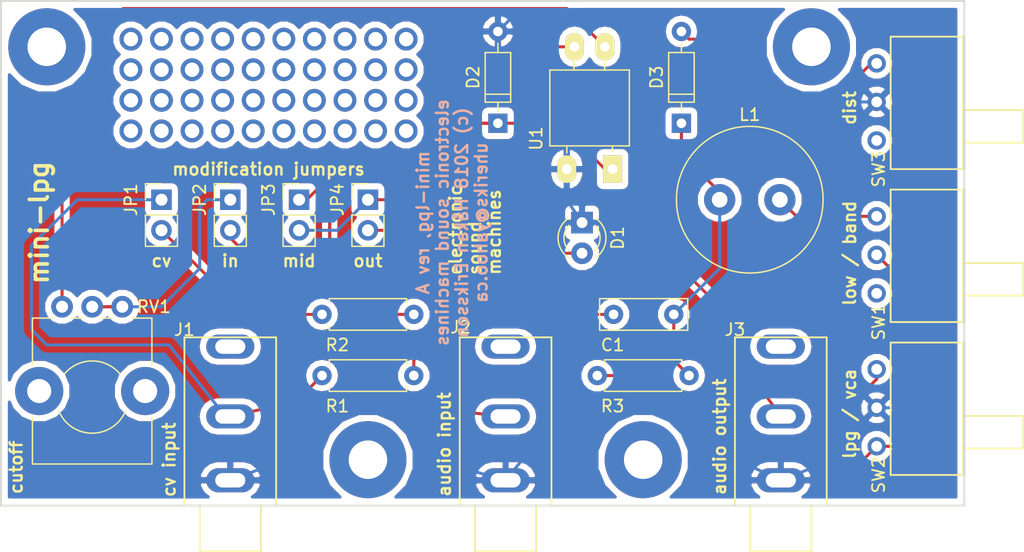
<source format=kicad_pcb>
(kicad_pcb (version 4) (host pcbnew 4.0.7)

  (general
    (links 29)
    (no_connects 0)
    (area 132.004999 36.754999 217.245001 82.825001)
    (thickness 1.6)
    (drawings 19)
    (tracks 139)
    (zones 0)
    (modules 25)
    (nets 16)
  )

  (page A4)
  (layers
    (0 F.Cu signal)
    (31 B.Cu signal)
    (32 B.Adhes user)
    (33 F.Adhes user)
    (34 B.Paste user)
    (35 F.Paste user)
    (36 B.SilkS user)
    (37 F.SilkS user)
    (38 B.Mask user)
    (39 F.Mask user)
    (40 Dwgs.User user)
    (41 Cmts.User user)
    (42 Eco1.User user)
    (43 Eco2.User user)
    (44 Edge.Cuts user)
    (45 Margin user)
    (46 B.CrtYd user)
    (47 F.CrtYd user)
    (48 B.Fab user)
    (49 F.Fab user)
  )

  (setup
    (last_trace_width 0.25)
    (trace_clearance 0.2)
    (zone_clearance 0.508)
    (zone_45_only no)
    (trace_min 0.2)
    (segment_width 0.2)
    (edge_width 0.15)
    (via_size 0.6)
    (via_drill 0.4)
    (via_min_size 0.4)
    (via_min_drill 0.3)
    (uvia_size 0.3)
    (uvia_drill 0.1)
    (uvias_allowed no)
    (uvia_min_size 0.2)
    (uvia_min_drill 0.1)
    (pcb_text_width 0.3)
    (pcb_text_size 1.5 1.5)
    (mod_edge_width 0.15)
    (mod_text_size 1 1)
    (mod_text_width 0.15)
    (pad_size 6.4 6.4)
    (pad_drill 3.2)
    (pad_to_mask_clearance 0.2)
    (aux_axis_origin 0 0)
    (visible_elements FFFFF77F)
    (pcbplotparams
      (layerselection 0x010f0_80000001)
      (usegerberextensions true)
      (excludeedgelayer true)
      (linewidth 0.100000)
      (plotframeref false)
      (viasonmask false)
      (mode 1)
      (useauxorigin false)
      (hpglpennumber 1)
      (hpglpenspeed 20)
      (hpglpendiameter 15)
      (hpglpenoverlay 2)
      (psnegative false)
      (psa4output false)
      (plotreference true)
      (plotvalue true)
      (plotinvisibletext false)
      (padsonsilk false)
      (subtractmaskfromsilk false)
      (outputformat 1)
      (mirror false)
      (drillshape 0)
      (scaleselection 1)
      (outputdirectory ../gerber_files/))
  )

  (net 0 "")
  (net 1 "Net-(C1-Pad1)")
  (net 2 "Net-(C1-Pad2)")
  (net 3 "Net-(D1-Pad2)")
  (net 4 "Net-(J2-Pad1)")
  (net 5 "Net-(D2-Pad1)")
  (net 6 "Net-(J1-Pad1)")
  (net 7 "Net-(L1-Pad2)")
  (net 8 "Net-(R3-Pad1)")
  (net 9 "Net-(RV1-Pad1)")
  (net 10 "Net-(J3-Pad1)")
  (net 11 "Net-(JP1-Pad2)")
  (net 12 "Net-(JP2-Pad1)")
  (net 13 "Net-(JP3-Pad1)")
  (net 14 GND)
  (net 15 "Net-(D3-Pad2)")

  (net_class Default "This is the default net class."
    (clearance 0.2)
    (trace_width 0.25)
    (via_dia 0.6)
    (via_drill 0.4)
    (uvia_dia 0.3)
    (uvia_drill 0.1)
    (add_net GND)
    (add_net "Net-(C1-Pad1)")
    (add_net "Net-(C1-Pad2)")
    (add_net "Net-(D1-Pad2)")
    (add_net "Net-(D2-Pad1)")
    (add_net "Net-(D3-Pad2)")
    (add_net "Net-(J1-Pad1)")
    (add_net "Net-(J2-Pad1)")
    (add_net "Net-(J3-Pad1)")
    (add_net "Net-(JP1-Pad2)")
    (add_net "Net-(JP2-Pad1)")
    (add_net "Net-(JP3-Pad1)")
    (add_net "Net-(L1-Pad2)")
    (add_net "Net-(R3-Pad1)")
    (add_net "Net-(RV1-Pad1)")
  )

  (module Mounting_Holes:MountingHole_3.2mm_M3_Pad (layer F.Cu) (tedit 5B951CB3) (tstamp 5B93C30D)
    (at 199.39 40.64)
    (descr "Mounting Hole 3.2mm, M3")
    (tags "mounting hole 3.2mm m3")
    (attr virtual)
    (fp_text reference REF** (at 0 0) (layer F.SilkS) hide
      (effects (font (size 1 1) (thickness 0.15)))
    )
    (fp_text value "" (at 0 4.2) (layer F.Fab)
      (effects (font (size 1 1) (thickness 0.15)))
    )
    (fp_text user %R (at 0.3 0) (layer F.Fab) hide
      (effects (font (size 1 1) (thickness 0.15)))
    )
    (fp_circle (center 0 0) (end 3.2 0) (layer Cmts.User) (width 0.15))
    (fp_circle (center 0 0) (end 3.45 0) (layer F.CrtYd) (width 0.05))
    (pad "" thru_hole circle (at 0 0) (size 6.4 6.4) (drill 3.2) (layers *.Cu *.Mask))
  )

  (module mod_area_10x04 (layer F.Cu) (tedit 5B93CB0A) (tstamp 5B93C92D)
    (at 142.875 47.625 90)
    (descr "Through hole straight pin header, 1x10, 2.54mm pitch, single row")
    (tags "Through hole pin header THT 1x10 2.54mm single row")
    (fp_text reference REF** (at 0 -2.33 90) (layer F.SilkS) hide
      (effects (font (size 1 1) (thickness 0.15)))
    )
    (fp_text value "" (at 0 25.19 90) (layer F.Fab)
      (effects (font (size 1 1) (thickness 0.15)))
    )
    (pad 1 thru_hole circle (at 7.62 0 90) (size 1.9 1.9) (drill 1.2) (layers *.Cu *.Mask))
    (pad 1 thru_hole circle (at 7.62 2.54 90) (size 1.9 1.9) (drill 1.2) (layers *.Cu *.Mask))
    (pad 1 thru_hole circle (at 7.62 5.08 90) (size 1.9 1.9) (drill 1.2) (layers *.Cu *.Mask))
    (pad 1 thru_hole circle (at 7.62 7.62 90) (size 1.9 1.9) (drill 1.2) (layers *.Cu *.Mask))
    (pad 1 thru_hole circle (at 7.62 10.16 90) (size 1.9 1.9) (drill 1.2) (layers *.Cu *.Mask))
    (pad 1 thru_hole circle (at 7.62 12.7 90) (size 1.9 1.9) (drill 1.2) (layers *.Cu *.Mask))
    (pad 1 thru_hole circle (at 7.62 15.24 90) (size 1.9 1.9) (drill 1.2) (layers *.Cu *.Mask))
    (pad 1 thru_hole circle (at 7.62 17.78 90) (size 1.9 1.9) (drill 1.2) (layers *.Cu *.Mask))
    (pad 1 thru_hole circle (at 7.62 20.32 90) (size 1.9 1.9) (drill 1.2) (layers *.Cu *.Mask))
    (pad 1 thru_hole circle (at 7.62 22.86 90) (size 1.9 1.9) (drill 1.2) (layers *.Cu *.Mask))
    (pad 1 thru_hole circle (at 5.08 22.86 90) (size 1.9 1.9) (drill 1.2) (layers *.Cu *.Mask))
    (pad 1 thru_hole circle (at 5.08 20.32 90) (size 1.9 1.9) (drill 1.2) (layers *.Cu *.Mask))
    (pad 1 thru_hole circle (at 5.08 17.78 90) (size 1.9 1.9) (drill 1.2) (layers *.Cu *.Mask))
    (pad 1 thru_hole circle (at 5.08 15.24 90) (size 1.9 1.9) (drill 1.2) (layers *.Cu *.Mask))
    (pad 1 thru_hole circle (at 5.08 12.7 90) (size 1.9 1.9) (drill 1.2) (layers *.Cu *.Mask))
    (pad 1 thru_hole circle (at 5.08 10.16 90) (size 1.9 1.9) (drill 1.2) (layers *.Cu *.Mask))
    (pad 1 thru_hole circle (at 5.08 7.62 90) (size 1.9 1.9) (drill 1.2) (layers *.Cu *.Mask))
    (pad 1 thru_hole circle (at 5.08 5.08 90) (size 1.9 1.9) (drill 1.2) (layers *.Cu *.Mask))
    (pad 1 thru_hole circle (at 5.08 2.54 90) (size 1.9 1.9) (drill 1.2) (layers *.Cu *.Mask))
    (pad 1 thru_hole circle (at 5.08 0 90) (size 1.9 1.9) (drill 1.2) (layers *.Cu *.Mask))
    (pad 1 thru_hole circle (at 2.54 0 90) (size 1.9 1.9) (drill 1.2) (layers *.Cu *.Mask))
    (pad 1 thru_hole circle (at 2.54 2.54 90) (size 1.9 1.9) (drill 1.2) (layers *.Cu *.Mask))
    (pad 1 thru_hole circle (at 2.54 5.08 90) (size 1.9 1.9) (drill 1.2) (layers *.Cu *.Mask))
    (pad 1 thru_hole circle (at 2.54 7.62 90) (size 1.9 1.9) (drill 1.2) (layers *.Cu *.Mask))
    (pad 1 thru_hole circle (at 2.54 10.16 90) (size 1.9 1.9) (drill 1.2) (layers *.Cu *.Mask))
    (pad 1 thru_hole circle (at 2.54 12.7 90) (size 1.9 1.9) (drill 1.2) (layers *.Cu *.Mask))
    (pad 1 thru_hole circle (at 2.54 15.24 90) (size 1.9 1.9) (drill 1.2) (layers *.Cu *.Mask))
    (pad 1 thru_hole circle (at 2.54 17.78 90) (size 1.9 1.9) (drill 1.2) (layers *.Cu *.Mask))
    (pad 1 thru_hole circle (at 2.54 20.32 90) (size 1.9 1.9) (drill 1.2) (layers *.Cu *.Mask))
    (pad 1 thru_hole circle (at 2.54 22.86 90) (size 1.9 1.9) (drill 1.2) (layers *.Cu *.Mask))
    (pad 1 thru_hole circle (at 0 22.86 90) (size 1.9 1.9) (drill 1.2) (layers *.Cu *.Mask))
    (pad 1 thru_hole circle (at 0 20.32 90) (size 1.9 1.9) (drill 1.2) (layers *.Cu *.Mask))
    (pad 1 thru_hole circle (at 0 17.78 90) (size 1.9 1.9) (drill 1.2) (layers *.Cu *.Mask))
    (pad 1 thru_hole circle (at 0 15.24 90) (size 1.9 1.9) (drill 1.2) (layers *.Cu *.Mask))
    (pad 1 thru_hole circle (at 0 12.7 90) (size 1.9 1.9) (drill 1.2) (layers *.Cu *.Mask))
    (pad 1 thru_hole circle (at 0 10.16 90) (size 1.9 1.9) (drill 1.2) (layers *.Cu *.Mask))
    (pad 1 thru_hole circle (at 0 7.62 90) (size 1.9 1.9) (drill 1.2) (layers *.Cu *.Mask))
    (pad 1 thru_hole circle (at 0 5.08 90) (size 1.9 1.9) (drill 1.2) (layers *.Cu *.Mask))
    (pad 1 thru_hole circle (at 0 2.54 90) (size 1.9 1.9) (drill 1.2) (layers *.Cu *.Mask))
    (pad 1 thru_hole circle (at 0 0 90) (size 1.9 1.9) (drill 1.2) (layers *.Cu *.Mask))
    (model ${KISYS3DMOD}/Pin_Headers.3dshapes/Pin_Header_Straight_1x10_Pitch2.54mm.wrl
      (at (xyz 0 0 0))
      (scale (xyz 1 1 1))
      (rotate (xyz 0 0 0))
    )
  )

  (module Mounting_Holes:MountingHole_3.2mm_M3_Pad (layer F.Cu) (tedit 5B951CE4) (tstamp 5B93C374)
    (at 185.42 74.93)
    (descr "Mounting Hole 3.2mm, M3")
    (tags "mounting hole 3.2mm m3")
    (attr virtual)
    (fp_text reference REF** (at 0 0) (layer F.SilkS) hide
      (effects (font (size 1 1) (thickness 0.15)))
    )
    (fp_text value "" (at 0 4.2) (layer F.Fab)
      (effects (font (size 1 1) (thickness 0.15)))
    )
    (fp_text user %R (at 0.3 0) (layer F.Fab) hide
      (effects (font (size 1 1) (thickness 0.15)))
    )
    (fp_circle (center 0 0) (end 3.2 0) (layer Cmts.User) (width 0.15))
    (fp_circle (center 0 0) (end 3.45 0) (layer F.CrtYd) (width 0.05))
    (pad "" thru_hole circle (at 0 0) (size 6.4 6.4) (drill 3.2) (layers *.Cu *.Mask))
  )

  (module Mounting_Holes:MountingHole_3.2mm_M3_Pad (layer F.Cu) (tedit 5B951CE8) (tstamp 5B93C351)
    (at 162.56 74.93)
    (descr "Mounting Hole 3.2mm, M3")
    (tags "mounting hole 3.2mm m3")
    (attr virtual)
    (fp_text reference REF** (at 0 0) (layer F.SilkS) hide
      (effects (font (size 1 1) (thickness 0.15)))
    )
    (fp_text value "" (at 0 4.2) (layer F.Fab)
      (effects (font (size 1 1) (thickness 0.15)))
    )
    (fp_text user %R (at 0.3 0) (layer F.Fab) hide
      (effects (font (size 1 1) (thickness 0.15)))
    )
    (fp_circle (center 0 0) (end 3.2 0) (layer Cmts.User) (width 0.15))
    (fp_circle (center 0 0) (end 3.45 0) (layer F.CrtYd) (width 0.05))
    (pad "" thru_hole circle (at 0 0) (size 6.4 6.4) (drill 3.2) (layers *.Cu *.Mask))
  )

  (module Capacitors_THT:C_Rect_L7.2mm_W2.5mm_P5.00mm_FKS2_FKP2_MKS2_MKP2 (layer F.Cu) (tedit 5B93C140) (tstamp 5B92B0DF)
    (at 187.96 62.865 180)
    (descr "C, Rect series, Radial, pin pitch=5.00mm, , length*width=7.2*2.5mm^2, Capacitor, http://www.wima.com/EN/WIMA_FKS_2.pdf")
    (tags "C Rect series Radial pin pitch 5.00mm  length 7.2mm width 2.5mm Capacitor")
    (path /5B91A650)
    (fp_text reference C1 (at 5.08 -2.54 180) (layer F.SilkS)
      (effects (font (size 1 1) (thickness 0.15)))
    )
    (fp_text value 22nF (at 1.27 -2.54 180) (layer F.Fab)
      (effects (font (size 1 1) (thickness 0.15)))
    )
    (fp_line (start -1.1 -1.25) (end -1.1 1.25) (layer F.Fab) (width 0.1))
    (fp_line (start -1.1 1.25) (end 6.1 1.25) (layer F.Fab) (width 0.1))
    (fp_line (start 6.1 1.25) (end 6.1 -1.25) (layer F.Fab) (width 0.1))
    (fp_line (start 6.1 -1.25) (end -1.1 -1.25) (layer F.Fab) (width 0.1))
    (fp_line (start -1.16 -1.31) (end 6.16 -1.31) (layer F.SilkS) (width 0.12))
    (fp_line (start -1.16 1.31) (end 6.16 1.31) (layer F.SilkS) (width 0.12))
    (fp_line (start -1.16 -1.31) (end -1.16 1.31) (layer F.SilkS) (width 0.12))
    (fp_line (start 6.16 -1.31) (end 6.16 1.31) (layer F.SilkS) (width 0.12))
    (fp_line (start -1.45 -1.6) (end -1.45 1.6) (layer F.CrtYd) (width 0.05))
    (fp_line (start -1.45 1.6) (end 6.45 1.6) (layer F.CrtYd) (width 0.05))
    (fp_line (start 6.45 1.6) (end 6.45 -1.6) (layer F.CrtYd) (width 0.05))
    (fp_line (start 6.45 -1.6) (end -1.45 -1.6) (layer F.CrtYd) (width 0.05))
    (fp_text user %R (at 5.08 -2.54 180) (layer F.Fab)
      (effects (font (size 1 1) (thickness 0.15)))
    )
    (pad 1 thru_hole circle (at 0 0 180) (size 1.6 1.6) (drill 0.8) (layers *.Cu *.Mask)
      (net 1 "Net-(C1-Pad1)"))
    (pad 2 thru_hole circle (at 5 0 180) (size 1.6 1.6) (drill 0.8) (layers *.Cu *.Mask)
      (net 2 "Net-(C1-Pad2)"))
    (model ${KISYS3DMOD}/Capacitors_THT.3dshapes/C_Rect_L7.2mm_W2.5mm_P5.00mm_FKS2_FKP2_MKS2_MKP2.wrl
      (at (xyz 0 0 0))
      (scale (xyz 1 1 1))
      (rotate (xyz 0 0 0))
    )
  )

  (module LEDs:LED_D3.0mm (layer F.Cu) (tedit 587A3A7B) (tstamp 5B92B0E5)
    (at 180.34 55.245 270)
    (descr "LED, diameter 3.0mm, 2 pins")
    (tags "LED diameter 3.0mm 2 pins")
    (path /5B91A477)
    (fp_text reference D1 (at 1.27 -2.96 270) (layer F.SilkS)
      (effects (font (size 1 1) (thickness 0.15)))
    )
    (fp_text value LED (at 1.27 2.96 270) (layer F.Fab)
      (effects (font (size 1 1) (thickness 0.15)))
    )
    (fp_arc (start 1.27 0) (end -0.23 -1.16619) (angle 284.3) (layer F.Fab) (width 0.1))
    (fp_arc (start 1.27 0) (end -0.29 -1.235516) (angle 108.8) (layer F.SilkS) (width 0.12))
    (fp_arc (start 1.27 0) (end -0.29 1.235516) (angle -108.8) (layer F.SilkS) (width 0.12))
    (fp_arc (start 1.27 0) (end 0.229039 -1.08) (angle 87.9) (layer F.SilkS) (width 0.12))
    (fp_arc (start 1.27 0) (end 0.229039 1.08) (angle -87.9) (layer F.SilkS) (width 0.12))
    (fp_circle (center 1.27 0) (end 2.77 0) (layer F.Fab) (width 0.1))
    (fp_line (start -0.23 -1.16619) (end -0.23 1.16619) (layer F.Fab) (width 0.1))
    (fp_line (start -0.29 -1.236) (end -0.29 -1.08) (layer F.SilkS) (width 0.12))
    (fp_line (start -0.29 1.08) (end -0.29 1.236) (layer F.SilkS) (width 0.12))
    (fp_line (start -1.15 -2.25) (end -1.15 2.25) (layer F.CrtYd) (width 0.05))
    (fp_line (start -1.15 2.25) (end 3.7 2.25) (layer F.CrtYd) (width 0.05))
    (fp_line (start 3.7 2.25) (end 3.7 -2.25) (layer F.CrtYd) (width 0.05))
    (fp_line (start 3.7 -2.25) (end -1.15 -2.25) (layer F.CrtYd) (width 0.05))
    (pad 1 thru_hole rect (at 0 0 270) (size 1.8 1.8) (drill 0.9) (layers *.Cu *.Mask)
      (net 14 GND))
    (pad 2 thru_hole circle (at 2.54 0 270) (size 1.8 1.8) (drill 0.9) (layers *.Cu *.Mask)
      (net 3 "Net-(D1-Pad2)"))
    (model ${KISYS3DMOD}/LEDs.3dshapes/LED_D3.0mm.wrl
      (at (xyz 0 0 0))
      (scale (xyz 0.393701 0.393701 0.393701))
      (rotate (xyz 0 0 0))
    )
  )

  (module hakane:Switchcraft_35RAPC2AV_3_5_mm_jack (layer F.Cu) (tedit 5B951E9B) (tstamp 5B92B0EC)
    (at 147.32 64.77)
    (path /5B91A2AD)
    (fp_text reference J1 (at 0 -0.635) (layer F.SilkS)
      (effects (font (size 1 1) (thickness 0.15)))
    )
    (fp_text value CV (at 8.89 0.635 90) (layer F.Fab)
      (effects (font (size 1 1) (thickness 0.15)))
    )
    (fp_line (start 1.27 13.97) (end 1.27 17.78) (layer F.SilkS) (width 0.15))
    (fp_line (start 1.27 17.78) (end 6.35 17.78) (layer F.SilkS) (width 0.15))
    (fp_line (start 6.35 17.78) (end 6.35 13.97) (layer F.SilkS) (width 0.15))
    (fp_line (start 7.62 13.97) (end 0 13.97) (layer F.SilkS) (width 0.15))
    (fp_line (start 0 13.97) (end 0 0) (layer F.SilkS) (width 0.15))
    (fp_line (start 0 0) (end 7.62 0) (layer F.SilkS) (width 0.15))
    (fp_line (start 7.62 0) (end 7.62 13.97) (layer F.SilkS) (width 0.15))
    (pad 3 thru_hole oval (at 3.81 0.77) (size 4 2) (drill oval 2.5 1.2) (layers *.Cu *.Mask))
    (pad 1 thru_hole oval (at 3.81 6.57) (size 4 2) (drill oval 2.5 1.2) (layers *.Cu *.Mask)
      (net 6 "Net-(J1-Pad1)"))
    (pad 2 thru_hole oval (at 3.81 11.87) (size 4 2) (drill oval 2.5 1.2) (layers *.Cu *.Mask)
      (net 14 GND))
  )

  (module hakane:Switchcraft_35RAPC2AV_3_5_mm_jack (layer F.Cu) (tedit 5B951E93) (tstamp 5B92B0F3)
    (at 170.18 64.77)
    (path /5B91A2E6)
    (fp_text reference J2 (at 0.082857 -0.84) (layer F.SilkS)
      (effects (font (size 1 1) (thickness 0.15)))
    )
    (fp_text value IN (at 8.972857 0.43 90) (layer F.Fab)
      (effects (font (size 1 1) (thickness 0.15)))
    )
    (fp_line (start 1.27 13.97) (end 1.27 17.78) (layer F.SilkS) (width 0.15))
    (fp_line (start 1.27 17.78) (end 6.35 17.78) (layer F.SilkS) (width 0.15))
    (fp_line (start 6.35 17.78) (end 6.35 13.97) (layer F.SilkS) (width 0.15))
    (fp_line (start 7.62 13.97) (end 0 13.97) (layer F.SilkS) (width 0.15))
    (fp_line (start 0 13.97) (end 0 0) (layer F.SilkS) (width 0.15))
    (fp_line (start 0 0) (end 7.62 0) (layer F.SilkS) (width 0.15))
    (fp_line (start 7.62 0) (end 7.62 13.97) (layer F.SilkS) (width 0.15))
    (pad 3 thru_hole oval (at 3.81 0.77) (size 4 2) (drill oval 2.5 1.2) (layers *.Cu *.Mask))
    (pad 1 thru_hole oval (at 3.81 6.57) (size 4 2) (drill oval 2.5 1.2) (layers *.Cu *.Mask)
      (net 4 "Net-(J2-Pad1)"))
    (pad 2 thru_hole oval (at 3.81 11.87) (size 4 2) (drill oval 2.5 1.2) (layers *.Cu *.Mask)
      (net 14 GND))
  )

  (module hakane:Switchcraft_35RAPC2AV_3_5_mm_jack (layer F.Cu) (tedit 5B951E96) (tstamp 5B92B0FA)
    (at 193.04 64.77)
    (path /5B91A330)
    (fp_text reference J3 (at 0 -0.635) (layer F.SilkS)
      (effects (font (size 1 1) (thickness 0.15)))
    )
    (fp_text value OUT (at 8.89 1.27 90) (layer F.Fab)
      (effects (font (size 1 1) (thickness 0.15)))
    )
    (fp_line (start 1.27 13.97) (end 1.27 17.78) (layer F.SilkS) (width 0.15))
    (fp_line (start 1.27 17.78) (end 6.35 17.78) (layer F.SilkS) (width 0.15))
    (fp_line (start 6.35 17.78) (end 6.35 13.97) (layer F.SilkS) (width 0.15))
    (fp_line (start 7.62 13.97) (end 0 13.97) (layer F.SilkS) (width 0.15))
    (fp_line (start 0 13.97) (end 0 0) (layer F.SilkS) (width 0.15))
    (fp_line (start 0 0) (end 7.62 0) (layer F.SilkS) (width 0.15))
    (fp_line (start 7.62 0) (end 7.62 13.97) (layer F.SilkS) (width 0.15))
    (pad 3 thru_hole oval (at 3.81 0.77) (size 4 2) (drill oval 2.5 1.2) (layers *.Cu *.Mask))
    (pad 1 thru_hole oval (at 3.81 6.57) (size 4 2) (drill oval 2.5 1.2) (layers *.Cu *.Mask)
      (net 10 "Net-(J3-Pad1)"))
    (pad 2 thru_hole oval (at 3.81 11.87) (size 4 2) (drill oval 2.5 1.2) (layers *.Cu *.Mask)
      (net 14 GND))
  )

  (module Resistors_THT:R_Axial_DIN0207_L6.3mm_D2.5mm_P7.62mm_Horizontal (layer F.Cu) (tedit 5B93C14B) (tstamp 5B92B100)
    (at 166.37 67.945 180)
    (descr "Resistor, Axial_DIN0207 series, Axial, Horizontal, pin pitch=7.62mm, 0.25W = 1/4W, length*diameter=6.3*2.5mm^2, http://cdn-reichelt.de/documents/datenblatt/B400/1_4W%23YAG.pdf")
    (tags "Resistor Axial_DIN0207 series Axial Horizontal pin pitch 7.62mm 0.25W = 1/4W length 6.3mm diameter 2.5mm")
    (path /5B92A8F7)
    (fp_text reference R1 (at 6.35 -2.54 180) (layer F.SilkS)
      (effects (font (size 1 1) (thickness 0.15)))
    )
    (fp_text value 470 (at 2.54 -2.54 180) (layer F.Fab)
      (effects (font (size 1 1) (thickness 0.15)))
    )
    (fp_line (start 0.66 -1.25) (end 0.66 1.25) (layer F.Fab) (width 0.1))
    (fp_line (start 0.66 1.25) (end 6.96 1.25) (layer F.Fab) (width 0.1))
    (fp_line (start 6.96 1.25) (end 6.96 -1.25) (layer F.Fab) (width 0.1))
    (fp_line (start 6.96 -1.25) (end 0.66 -1.25) (layer F.Fab) (width 0.1))
    (fp_line (start 0 0) (end 0.66 0) (layer F.Fab) (width 0.1))
    (fp_line (start 7.62 0) (end 6.96 0) (layer F.Fab) (width 0.1))
    (fp_line (start 0.6 -0.98) (end 0.6 -1.31) (layer F.SilkS) (width 0.12))
    (fp_line (start 0.6 -1.31) (end 7.02 -1.31) (layer F.SilkS) (width 0.12))
    (fp_line (start 7.02 -1.31) (end 7.02 -0.98) (layer F.SilkS) (width 0.12))
    (fp_line (start 0.6 0.98) (end 0.6 1.31) (layer F.SilkS) (width 0.12))
    (fp_line (start 0.6 1.31) (end 7.02 1.31) (layer F.SilkS) (width 0.12))
    (fp_line (start 7.02 1.31) (end 7.02 0.98) (layer F.SilkS) (width 0.12))
    (fp_line (start -1.05 -1.6) (end -1.05 1.6) (layer F.CrtYd) (width 0.05))
    (fp_line (start -1.05 1.6) (end 8.7 1.6) (layer F.CrtYd) (width 0.05))
    (fp_line (start 8.7 1.6) (end 8.7 -1.6) (layer F.CrtYd) (width 0.05))
    (fp_line (start 8.7 -1.6) (end -1.05 -1.6) (layer F.CrtYd) (width 0.05))
    (pad 1 thru_hole circle (at 0 0 180) (size 1.6 1.6) (drill 0.8) (layers *.Cu *.Mask)
      (net 3 "Net-(D1-Pad2)"))
    (pad 2 thru_hole oval (at 7.62 0 180) (size 1.6 1.6) (drill 0.8) (layers *.Cu *.Mask)
      (net 6 "Net-(J1-Pad1)"))
    (model ${KISYS3DMOD}/Resistors_THT.3dshapes/R_Axial_DIN0207_L6.3mm_D2.5mm_P7.62mm_Horizontal.wrl
      (at (xyz 0 0 0))
      (scale (xyz 0.393701 0.393701 0.393701))
      (rotate (xyz 0 0 0))
    )
  )

  (module Resistors_THT:R_Axial_DIN0207_L6.3mm_D2.5mm_P7.62mm_Horizontal (layer F.Cu) (tedit 5B93C151) (tstamp 5B92B106)
    (at 166.37 62.865 180)
    (descr "Resistor, Axial_DIN0207 series, Axial, Horizontal, pin pitch=7.62mm, 0.25W = 1/4W, length*diameter=6.3*2.5mm^2, http://cdn-reichelt.de/documents/datenblatt/B400/1_4W%23YAG.pdf")
    (tags "Resistor Axial_DIN0207 series Axial Horizontal pin pitch 7.62mm 0.25W = 1/4W length 6.3mm diameter 2.5mm")
    (path /5B91A40D)
    (fp_text reference R2 (at 6.35 -2.54 180) (layer F.SilkS)
      (effects (font (size 1 1) (thickness 0.15)))
    )
    (fp_text value 270 (at 2.54 -2.54 180) (layer F.Fab)
      (effects (font (size 1 1) (thickness 0.15)))
    )
    (fp_line (start 0.66 -1.25) (end 0.66 1.25) (layer F.Fab) (width 0.1))
    (fp_line (start 0.66 1.25) (end 6.96 1.25) (layer F.Fab) (width 0.1))
    (fp_line (start 6.96 1.25) (end 6.96 -1.25) (layer F.Fab) (width 0.1))
    (fp_line (start 6.96 -1.25) (end 0.66 -1.25) (layer F.Fab) (width 0.1))
    (fp_line (start 0 0) (end 0.66 0) (layer F.Fab) (width 0.1))
    (fp_line (start 7.62 0) (end 6.96 0) (layer F.Fab) (width 0.1))
    (fp_line (start 0.6 -0.98) (end 0.6 -1.31) (layer F.SilkS) (width 0.12))
    (fp_line (start 0.6 -1.31) (end 7.02 -1.31) (layer F.SilkS) (width 0.12))
    (fp_line (start 7.02 -1.31) (end 7.02 -0.98) (layer F.SilkS) (width 0.12))
    (fp_line (start 0.6 0.98) (end 0.6 1.31) (layer F.SilkS) (width 0.12))
    (fp_line (start 0.6 1.31) (end 7.02 1.31) (layer F.SilkS) (width 0.12))
    (fp_line (start 7.02 1.31) (end 7.02 0.98) (layer F.SilkS) (width 0.12))
    (fp_line (start -1.05 -1.6) (end -1.05 1.6) (layer F.CrtYd) (width 0.05))
    (fp_line (start -1.05 1.6) (end 8.7 1.6) (layer F.CrtYd) (width 0.05))
    (fp_line (start 8.7 1.6) (end 8.7 -1.6) (layer F.CrtYd) (width 0.05))
    (fp_line (start 8.7 -1.6) (end -1.05 -1.6) (layer F.CrtYd) (width 0.05))
    (pad 1 thru_hole circle (at 0 0 180) (size 1.6 1.6) (drill 0.8) (layers *.Cu *.Mask)
      (net 5 "Net-(D2-Pad1)"))
    (pad 2 thru_hole oval (at 7.62 0 180) (size 1.6 1.6) (drill 0.8) (layers *.Cu *.Mask)
      (net 11 "Net-(JP1-Pad2)"))
    (model ${KISYS3DMOD}/Resistors_THT.3dshapes/R_Axial_DIN0207_L6.3mm_D2.5mm_P7.62mm_Horizontal.wrl
      (at (xyz 0 0 0))
      (scale (xyz 0.393701 0.393701 0.393701))
      (rotate (xyz 0 0 0))
    )
  )

  (module Resistors_THT:R_Axial_DIN0207_L6.3mm_D2.5mm_P7.62mm_Horizontal (layer F.Cu) (tedit 5B9502DB) (tstamp 5B92B10C)
    (at 181.61 67.945)
    (descr "Resistor, Axial_DIN0207 series, Axial, Horizontal, pin pitch=7.62mm, 0.25W = 1/4W, length*diameter=6.3*2.5mm^2, http://cdn-reichelt.de/documents/datenblatt/B400/1_4W%23YAG.pdf")
    (tags "Resistor Axial_DIN0207 series Axial Horizontal pin pitch 7.62mm 0.25W = 1/4W length 6.3mm diameter 2.5mm")
    (path /5B92B402)
    (fp_text reference R3 (at 1.27 2.54) (layer F.SilkS)
      (effects (font (size 1 1) (thickness 0.15)))
    )
    (fp_text value 10k (at 6.35 2.54) (layer F.Fab)
      (effects (font (size 1 1) (thickness 0.15)))
    )
    (fp_line (start 0.66 -1.25) (end 0.66 1.25) (layer F.Fab) (width 0.1))
    (fp_line (start 0.66 1.25) (end 6.96 1.25) (layer F.Fab) (width 0.1))
    (fp_line (start 6.96 1.25) (end 6.96 -1.25) (layer F.Fab) (width 0.1))
    (fp_line (start 6.96 -1.25) (end 0.66 -1.25) (layer F.Fab) (width 0.1))
    (fp_line (start 0 0) (end 0.66 0) (layer F.Fab) (width 0.1))
    (fp_line (start 7.62 0) (end 6.96 0) (layer F.Fab) (width 0.1))
    (fp_line (start 0.6 -0.98) (end 0.6 -1.31) (layer F.SilkS) (width 0.12))
    (fp_line (start 0.6 -1.31) (end 7.02 -1.31) (layer F.SilkS) (width 0.12))
    (fp_line (start 7.02 -1.31) (end 7.02 -0.98) (layer F.SilkS) (width 0.12))
    (fp_line (start 0.6 0.98) (end 0.6 1.31) (layer F.SilkS) (width 0.12))
    (fp_line (start 0.6 1.31) (end 7.02 1.31) (layer F.SilkS) (width 0.12))
    (fp_line (start 7.02 1.31) (end 7.02 0.98) (layer F.SilkS) (width 0.12))
    (fp_line (start -1.05 -1.6) (end -1.05 1.6) (layer F.CrtYd) (width 0.05))
    (fp_line (start -1.05 1.6) (end 8.7 1.6) (layer F.CrtYd) (width 0.05))
    (fp_line (start 8.7 1.6) (end 8.7 -1.6) (layer F.CrtYd) (width 0.05))
    (fp_line (start 8.7 -1.6) (end -1.05 -1.6) (layer F.CrtYd) (width 0.05))
    (pad 1 thru_hole circle (at 0 0) (size 1.6 1.6) (drill 0.8) (layers *.Cu *.Mask)
      (net 8 "Net-(R3-Pad1)"))
    (pad 2 thru_hole oval (at 7.62 0) (size 1.6 1.6) (drill 0.8) (layers *.Cu *.Mask)
      (net 1 "Net-(C1-Pad1)"))
    (model ${KISYS3DMOD}/Resistors_THT.3dshapes/R_Axial_DIN0207_L6.3mm_D2.5mm_P7.62mm_Horizontal.wrl
      (at (xyz 0 0 0))
      (scale (xyz 0.393701 0.393701 0.393701))
      (rotate (xyz 0 0 0))
    )
  )

  (module Opto-Devices:Optoisolator_NSL-32 (layer F.Cu) (tedit 5B950316) (tstamp 5B92B121)
    (at 182.88 50.8 90)
    (descr "Optoisolator with LED and photoresistor")
    (tags optoisolator)
    (path /5B92B98B)
    (fp_text reference U1 (at 2.54 -6.35 270) (layer F.SilkS)
      (effects (font (size 1 1) (thickness 0.15)))
    )
    (fp_text value NSL-32 (at 5.08 -1.905 90) (layer F.Fab)
      (effects (font (size 1 1) (thickness 0.15)))
    )
    (fp_line (start 1.33 -3.8) (end 1.93 -3.8) (layer F.SilkS) (width 0.12))
    (fp_line (start 1.93 -0.01) (end 1.33 -0.01) (layer F.SilkS) (width 0.12))
    (fp_line (start 8.88 -0.66) (end 8.23 -0.66) (layer F.SilkS) (width 0.12))
    (fp_line (start 8.23 -3.21) (end 8.88 -3.21) (layer F.SilkS) (width 0.12))
    (fp_line (start 10.18 -3.21) (end 8.18 -3.21) (layer F.Fab) (width 0.1))
    (fp_line (start 8.18 -0.66) (end 10.18 -0.66) (layer F.Fab) (width 0.1))
    (fp_line (start -0.02 -0.01) (end 1.98 -0.01) (layer F.Fab) (width 0.1))
    (fp_line (start 0.03 -3.8) (end 1.98 -3.8) (layer F.Fab) (width 0.1))
    (fp_line (start 1.93 -5.21) (end 8.23 -5.21) (layer F.SilkS) (width 0.12))
    (fp_line (start 8.23 -5.21) (end 8.23 1.39) (layer F.SilkS) (width 0.12))
    (fp_line (start 8.23 1.39) (end 1.93 1.39) (layer F.SilkS) (width 0.12))
    (fp_line (start 1.93 1.39) (end 1.93 -5.21) (layer F.SilkS) (width 0.12))
    (fp_line (start 1.98 -5.16) (end 8.18 -5.16) (layer F.Fab) (width 0.1))
    (fp_line (start 8.18 -5.16) (end 8.18 1.34) (layer F.Fab) (width 0.1))
    (fp_line (start 8.18 1.34) (end 2.63 1.34) (layer F.Fab) (width 0.1))
    (fp_line (start 2.63 1.34) (end 1.98 0.7) (layer F.Fab) (width 0.1))
    (fp_line (start 1.98 0.7) (end 1.98 -5.16) (layer F.Fab) (width 0.1))
    (fp_line (start -1.39 -5.41) (end 11.55 -5.41) (layer F.CrtYd) (width 0.05))
    (fp_line (start -1.39 -5.41) (end -1.39 1.59) (layer F.CrtYd) (width 0.05))
    (fp_line (start 11.55 1.59) (end 11.55 -5.41) (layer F.CrtYd) (width 0.05))
    (fp_line (start 11.55 1.59) (end -1.39 1.59) (layer F.CrtYd) (width 0.05))
    (pad 1 thru_hole rect (at 0 0 90) (size 2.29 1.57) (drill 0.81) (layers *.Cu *.Mask F.SilkS)
      (net 5 "Net-(D2-Pad1)"))
    (pad 2 thru_hole oval (at 0 -3.81 90) (size 2.29 1.57) (drill 0.81) (layers *.Cu *.Mask F.SilkS)
      (net 14 GND))
    (pad 3 thru_hole oval (at 10.16 -3.17 90) (size 2.29 1.57) (drill 0.81) (layers *.Cu *.Mask F.SilkS)
      (net 13 "Net-(JP3-Pad1)"))
    (pad 4 thru_hole oval (at 10.16 -0.64 90) (size 2.29 1.57) (drill 0.81) (layers *.Cu *.Mask F.SilkS)
      (net 9 "Net-(RV1-Pad1)"))
    (model Opto-Devices.3dshapes/Optoisolator_NSL-32.wrl
      (at (xyz 0.2 0.08 0))
      (scale (xyz 1 1 1))
      (rotate (xyz 0 0 0))
    )
  )

  (module Inductors_THT:L_Radial_D12.0mm_P5.00mm_Fastron_11P (layer F.Cu) (tedit 587E3FCE) (tstamp 5B931C24)
    (at 191.77 53.34)
    (descr "L, Radial series, Radial, pin pitch=5.00mm, , diameter=12.0mm, Fastron, 11P, http://cdn-reichelt.de/documents/datenblatt/B400/DS_11P.pdf")
    (tags "L Radial series Radial pin pitch 5.00mm  diameter 12.0mm Fastron 11P")
    (path /5B930A65)
    (fp_text reference L1 (at 2.5 -7.06) (layer F.SilkS)
      (effects (font (size 1 1) (thickness 0.15)))
    )
    (fp_text value 47mH (at 2.5 7.06) (layer F.Fab)
      (effects (font (size 1 1) (thickness 0.15)))
    )
    (fp_circle (center 2.5 0) (end 8.5 0) (layer F.Fab) (width 0.1))
    (fp_circle (center 2.5 0) (end 8.59 0) (layer F.SilkS) (width 0.12))
    (fp_line (start -3.85 -6.35) (end -3.85 6.35) (layer F.CrtYd) (width 0.05))
    (fp_line (start -3.85 6.35) (end 8.85 6.35) (layer F.CrtYd) (width 0.05))
    (fp_line (start 8.85 6.35) (end 8.85 -6.35) (layer F.CrtYd) (width 0.05))
    (fp_line (start 8.85 -6.35) (end -3.85 -6.35) (layer F.CrtYd) (width 0.05))
    (pad 1 thru_hole circle (at 0 0) (size 2.6 2.6) (drill 1.3) (layers *.Cu *.Mask)
      (net 1 "Net-(C1-Pad1)"))
    (pad 2 thru_hole circle (at 5 0) (size 2.6 2.6) (drill 1.3) (layers *.Cu *.Mask)
      (net 7 "Net-(L1-Pad2)"))
    (model Inductors_THT.3dshapes/L_Radial_D12.0mm_P5.00mm_Fastron_11P.wrl
      (at (xyz 0 0 0))
      (scale (xyz 0.393701 0.393701 0.393701))
      (rotate (xyz 0 0 0))
    )
  )

  (module hakane:Switch-SPDT-angled (layer F.Cu) (tedit 5B93BFA6) (tstamp 5B931C2C)
    (at 204.47 63.5 90)
    (path /5B9309F8)
    (fp_text reference SW1 (at 0 0.5 90) (layer F.SilkS)
      (effects (font (size 1 1) (thickness 0.15)))
    )
    (fp_text value LP/BP (at 5.08 3.81 90) (layer F.Fab)
      (effects (font (size 1 1) (thickness 0.15)))
    )
    (fp_line (start 2.2 7.5) (end 2.2 12.5) (layer F.SilkS) (width 0.15))
    (fp_line (start 2.2 12.5) (end 4.9 12.5) (layer F.SilkS) (width 0.15))
    (fp_line (start 4.9 12.5) (end 4.9 7.5) (layer F.SilkS) (width 0.15))
    (fp_line (start 0 1.5) (end 11 1.5) (layer F.SilkS) (width 0.15))
    (fp_line (start 11 1.5) (end 11 7.5) (layer F.SilkS) (width 0.15))
    (fp_line (start 0 7.5) (end 11 7.5) (layer F.SilkS) (width 0.15))
    (fp_line (start 0 1.5) (end 0 7.5) (layer F.SilkS) (width 0.15))
    (pad 3 thru_hole circle (at 8.78 0.34 90) (size 1.524 1.524) (drill 0.9) (layers *.Cu *.Mask)
      (net 7 "Net-(L1-Pad2)"))
    (pad 2 thru_hole circle (at 5.58 0.34 90) (size 1.524 1.524) (drill 0.9) (layers *.Cu *.Mask)
      (net 2 "Net-(C1-Pad2)"))
    (pad 1 thru_hole circle (at 2.38 0.34 90) (size 1.524 1.524) (drill 0.9) (layers *.Cu *.Mask))
  )

  (module hakane:Switch-SPDT-angled (layer F.Cu) (tedit 5B93BFAA) (tstamp 5B931C38)
    (at 204.47 76.2 90)
    (path /5B92B047)
    (fp_text reference SW2 (at 0 0.5 90) (layer F.SilkS)
      (effects (font (size 1 1) (thickness 0.15)))
    )
    (fp_text value LPG/VCA (at 5.08 3.81 90) (layer F.Fab)
      (effects (font (size 1 1) (thickness 0.15)))
    )
    (fp_line (start 2.2 7.5) (end 2.2 12.5) (layer F.SilkS) (width 0.15))
    (fp_line (start 2.2 12.5) (end 4.9 12.5) (layer F.SilkS) (width 0.15))
    (fp_line (start 4.9 12.5) (end 4.9 7.5) (layer F.SilkS) (width 0.15))
    (fp_line (start 0 1.5) (end 11 1.5) (layer F.SilkS) (width 0.15))
    (fp_line (start 11 1.5) (end 11 7.5) (layer F.SilkS) (width 0.15))
    (fp_line (start 0 7.5) (end 11 7.5) (layer F.SilkS) (width 0.15))
    (fp_line (start 0 1.5) (end 0 7.5) (layer F.SilkS) (width 0.15))
    (pad 3 thru_hole circle (at 8.78 0.34 90) (size 1.524 1.524) (drill 0.9) (layers *.Cu *.Mask)
      (net 8 "Net-(R3-Pad1)"))
    (pad 2 thru_hole circle (at 5.58 0.34 90) (size 1.524 1.524) (drill 0.9) (layers *.Cu *.Mask)
      (net 14 GND))
    (pad 1 thru_hole circle (at 2.38 0.34 90) (size 1.524 1.524) (drill 0.9) (layers *.Cu *.Mask)
      (net 2 "Net-(C1-Pad2)"))
  )

  (module hakane:Switch-SPDT-angled (layer F.Cu) (tedit 5B93BFA4) (tstamp 5B931C3F)
    (at 204.47 50.8 90)
    (path /5B92FA38)
    (fp_text reference SW3 (at 0 0.5 90) (layer F.SilkS)
      (effects (font (size 1 1) (thickness 0.15)))
    )
    (fp_text value MINIDIST (at 5.08 3.81 90) (layer F.Fab)
      (effects (font (size 1 1) (thickness 0.15)))
    )
    (fp_line (start 2.2 7.5) (end 2.2 12.5) (layer F.SilkS) (width 0.15))
    (fp_line (start 2.2 12.5) (end 4.9 12.5) (layer F.SilkS) (width 0.15))
    (fp_line (start 4.9 12.5) (end 4.9 7.5) (layer F.SilkS) (width 0.15))
    (fp_line (start 0 1.5) (end 11 1.5) (layer F.SilkS) (width 0.15))
    (fp_line (start 11 1.5) (end 11 7.5) (layer F.SilkS) (width 0.15))
    (fp_line (start 0 7.5) (end 11 7.5) (layer F.SilkS) (width 0.15))
    (fp_line (start 0 1.5) (end 0 7.5) (layer F.SilkS) (width 0.15))
    (pad 3 thru_hole circle (at 8.78 0.34 90) (size 1.524 1.524) (drill 0.9) (layers *.Cu *.Mask)
      (net 15 "Net-(D3-Pad2)"))
    (pad 2 thru_hole circle (at 5.58 0.34 90) (size 1.524 1.524) (drill 0.9) (layers *.Cu *.Mask)
      (net 14 GND))
    (pad 1 thru_hole circle (at 2.38 0.34 90) (size 1.524 1.524) (drill 0.9) (layers *.Cu *.Mask))
  )

  (module Pin_Headers:Pin_Header_Straight_1x02_Pitch2.54mm (layer F.Cu) (tedit 5B9502B8) (tstamp 5B93BA52)
    (at 145.415 53.34)
    (descr "Through hole straight pin header, 1x02, 2.54mm pitch, single row")
    (tags "Through hole pin header THT 1x02 2.54mm single row")
    (path /5B93B9E2)
    (fp_text reference JP1 (at -2.54 0 90) (layer F.SilkS)
      (effects (font (size 1 1) (thickness 0.15)))
    )
    (fp_text value MOD_CV (at 0 5.08) (layer F.Fab) hide
      (effects (font (size 1 1) (thickness 0.15)))
    )
    (fp_line (start -0.635 -1.27) (end 1.27 -1.27) (layer F.Fab) (width 0.1))
    (fp_line (start 1.27 -1.27) (end 1.27 3.81) (layer F.Fab) (width 0.1))
    (fp_line (start 1.27 3.81) (end -1.27 3.81) (layer F.Fab) (width 0.1))
    (fp_line (start -1.27 3.81) (end -1.27 -0.635) (layer F.Fab) (width 0.1))
    (fp_line (start -1.27 -0.635) (end -0.635 -1.27) (layer F.Fab) (width 0.1))
    (fp_line (start -1.33 3.87) (end 1.33 3.87) (layer F.SilkS) (width 0.12))
    (fp_line (start -1.33 1.27) (end -1.33 3.87) (layer F.SilkS) (width 0.12))
    (fp_line (start 1.33 1.27) (end 1.33 3.87) (layer F.SilkS) (width 0.12))
    (fp_line (start -1.33 1.27) (end 1.33 1.27) (layer F.SilkS) (width 0.12))
    (fp_line (start -1.33 0) (end -1.33 -1.33) (layer F.SilkS) (width 0.12))
    (fp_line (start -1.33 -1.33) (end 0 -1.33) (layer F.SilkS) (width 0.12))
    (fp_line (start -1.8 -1.8) (end -1.8 4.35) (layer F.CrtYd) (width 0.05))
    (fp_line (start -1.8 4.35) (end 1.8 4.35) (layer F.CrtYd) (width 0.05))
    (fp_line (start 1.8 4.35) (end 1.8 -1.8) (layer F.CrtYd) (width 0.05))
    (fp_line (start 1.8 -1.8) (end -1.8 -1.8) (layer F.CrtYd) (width 0.05))
    (fp_text user %R (at 0 1.27 90) (layer F.Fab) hide
      (effects (font (size 1 1) (thickness 0.15)))
    )
    (pad 1 thru_hole rect (at 0 0) (size 1.7 1.7) (drill 1) (layers *.Cu *.Mask)
      (net 6 "Net-(J1-Pad1)"))
    (pad 2 thru_hole oval (at 0 2.54) (size 1.7 1.7) (drill 1) (layers *.Cu *.Mask)
      (net 11 "Net-(JP1-Pad2)"))
    (model ${KISYS3DMOD}/Pin_Headers.3dshapes/Pin_Header_Straight_1x02_Pitch2.54mm.wrl
      (at (xyz 0 0 0))
      (scale (xyz 1 1 1))
      (rotate (xyz 0 0 0))
    )
  )

  (module Pin_Headers:Pin_Header_Straight_1x02_Pitch2.54mm (layer F.Cu) (tedit 5B9502BD) (tstamp 5B93BA58)
    (at 151.13 53.34)
    (descr "Through hole straight pin header, 1x02, 2.54mm pitch, single row")
    (tags "Through hole pin header THT 1x02 2.54mm single row")
    (path /5B93B76E)
    (fp_text reference JP2 (at -2.54 0 90) (layer F.SilkS)
      (effects (font (size 1 1) (thickness 0.15)))
    )
    (fp_text value MOD_IN (at 0 5.08) (layer F.Fab) hide
      (effects (font (size 1 1) (thickness 0.15)))
    )
    (fp_line (start -0.635 -1.27) (end 1.27 -1.27) (layer F.Fab) (width 0.1))
    (fp_line (start 1.27 -1.27) (end 1.27 3.81) (layer F.Fab) (width 0.1))
    (fp_line (start 1.27 3.81) (end -1.27 3.81) (layer F.Fab) (width 0.1))
    (fp_line (start -1.27 3.81) (end -1.27 -0.635) (layer F.Fab) (width 0.1))
    (fp_line (start -1.27 -0.635) (end -0.635 -1.27) (layer F.Fab) (width 0.1))
    (fp_line (start -1.33 3.87) (end 1.33 3.87) (layer F.SilkS) (width 0.12))
    (fp_line (start -1.33 1.27) (end -1.33 3.87) (layer F.SilkS) (width 0.12))
    (fp_line (start 1.33 1.27) (end 1.33 3.87) (layer F.SilkS) (width 0.12))
    (fp_line (start -1.33 1.27) (end 1.33 1.27) (layer F.SilkS) (width 0.12))
    (fp_line (start -1.33 0) (end -1.33 -1.33) (layer F.SilkS) (width 0.12))
    (fp_line (start -1.33 -1.33) (end 0 -1.33) (layer F.SilkS) (width 0.12))
    (fp_line (start -1.8 -1.8) (end -1.8 4.35) (layer F.CrtYd) (width 0.05))
    (fp_line (start -1.8 4.35) (end 1.8 4.35) (layer F.CrtYd) (width 0.05))
    (fp_line (start 1.8 4.35) (end 1.8 -1.8) (layer F.CrtYd) (width 0.05))
    (fp_line (start 1.8 -1.8) (end -1.8 -1.8) (layer F.CrtYd) (width 0.05))
    (fp_text user %R (at 0 1.27 90) (layer F.Fab) hide
      (effects (font (size 1 1) (thickness 0.15)))
    )
    (pad 1 thru_hole rect (at 0 0) (size 1.7 1.7) (drill 1) (layers *.Cu *.Mask)
      (net 12 "Net-(JP2-Pad1)"))
    (pad 2 thru_hole oval (at 0 2.54) (size 1.7 1.7) (drill 1) (layers *.Cu *.Mask)
      (net 4 "Net-(J2-Pad1)"))
    (model ${KISYS3DMOD}/Pin_Headers.3dshapes/Pin_Header_Straight_1x02_Pitch2.54mm.wrl
      (at (xyz 0 0 0))
      (scale (xyz 1 1 1))
      (rotate (xyz 0 0 0))
    )
  )

  (module Pin_Headers:Pin_Header_Straight_1x02_Pitch2.54mm (layer F.Cu) (tedit 5B9502C1) (tstamp 5B93BA5E)
    (at 156.845 53.34)
    (descr "Through hole straight pin header, 1x02, 2.54mm pitch, single row")
    (tags "Through hole pin header THT 1x02 2.54mm single row")
    (path /5B93C2FB)
    (fp_text reference JP3 (at -2.54 0 90) (layer F.SilkS)
      (effects (font (size 1 1) (thickness 0.15)))
    )
    (fp_text value MOD_MID (at 0 5.08) (layer F.Fab) hide
      (effects (font (size 1 1) (thickness 0.15)))
    )
    (fp_line (start -0.635 -1.27) (end 1.27 -1.27) (layer F.Fab) (width 0.1))
    (fp_line (start 1.27 -1.27) (end 1.27 3.81) (layer F.Fab) (width 0.1))
    (fp_line (start 1.27 3.81) (end -1.27 3.81) (layer F.Fab) (width 0.1))
    (fp_line (start -1.27 3.81) (end -1.27 -0.635) (layer F.Fab) (width 0.1))
    (fp_line (start -1.27 -0.635) (end -0.635 -1.27) (layer F.Fab) (width 0.1))
    (fp_line (start -1.33 3.87) (end 1.33 3.87) (layer F.SilkS) (width 0.12))
    (fp_line (start -1.33 1.27) (end -1.33 3.87) (layer F.SilkS) (width 0.12))
    (fp_line (start 1.33 1.27) (end 1.33 3.87) (layer F.SilkS) (width 0.12))
    (fp_line (start -1.33 1.27) (end 1.33 1.27) (layer F.SilkS) (width 0.12))
    (fp_line (start -1.33 0) (end -1.33 -1.33) (layer F.SilkS) (width 0.12))
    (fp_line (start -1.33 -1.33) (end 0 -1.33) (layer F.SilkS) (width 0.12))
    (fp_line (start -1.8 -1.8) (end -1.8 4.35) (layer F.CrtYd) (width 0.05))
    (fp_line (start -1.8 4.35) (end 1.8 4.35) (layer F.CrtYd) (width 0.05))
    (fp_line (start 1.8 4.35) (end 1.8 -1.8) (layer F.CrtYd) (width 0.05))
    (fp_line (start 1.8 -1.8) (end -1.8 -1.8) (layer F.CrtYd) (width 0.05))
    (fp_text user %R (at 0 1.27 90) (layer F.Fab) hide
      (effects (font (size 1 1) (thickness 0.15)))
    )
    (pad 1 thru_hole rect (at 0 0) (size 1.7 1.7) (drill 1) (layers *.Cu *.Mask)
      (net 13 "Net-(JP3-Pad1)"))
    (pad 2 thru_hole oval (at 0 2.54) (size 1.7 1.7) (drill 1) (layers *.Cu *.Mask)
      (net 1 "Net-(C1-Pad1)"))
    (model ${KISYS3DMOD}/Pin_Headers.3dshapes/Pin_Header_Straight_1x02_Pitch2.54mm.wrl
      (at (xyz 0 0 0))
      (scale (xyz 1 1 1))
      (rotate (xyz 0 0 0))
    )
  )

  (module Pin_Headers:Pin_Header_Straight_1x02_Pitch2.54mm (layer F.Cu) (tedit 5B9502C6) (tstamp 5B93BA64)
    (at 162.56 53.34)
    (descr "Through hole straight pin header, 1x02, 2.54mm pitch, single row")
    (tags "Through hole pin header THT 1x02 2.54mm single row")
    (path /5B93C61E)
    (fp_text reference JP4 (at -2.54 0 90) (layer F.SilkS)
      (effects (font (size 1 1) (thickness 0.15)))
    )
    (fp_text value MOD_OUT (at 0.635 5.08) (layer F.Fab) hide
      (effects (font (size 1 1) (thickness 0.15)))
    )
    (fp_line (start -0.635 -1.27) (end 1.27 -1.27) (layer F.Fab) (width 0.1))
    (fp_line (start 1.27 -1.27) (end 1.27 3.81) (layer F.Fab) (width 0.1))
    (fp_line (start 1.27 3.81) (end -1.27 3.81) (layer F.Fab) (width 0.1))
    (fp_line (start -1.27 3.81) (end -1.27 -0.635) (layer F.Fab) (width 0.1))
    (fp_line (start -1.27 -0.635) (end -0.635 -1.27) (layer F.Fab) (width 0.1))
    (fp_line (start -1.33 3.87) (end 1.33 3.87) (layer F.SilkS) (width 0.12))
    (fp_line (start -1.33 1.27) (end -1.33 3.87) (layer F.SilkS) (width 0.12))
    (fp_line (start 1.33 1.27) (end 1.33 3.87) (layer F.SilkS) (width 0.12))
    (fp_line (start -1.33 1.27) (end 1.33 1.27) (layer F.SilkS) (width 0.12))
    (fp_line (start -1.33 0) (end -1.33 -1.33) (layer F.SilkS) (width 0.12))
    (fp_line (start -1.33 -1.33) (end 0 -1.33) (layer F.SilkS) (width 0.12))
    (fp_line (start -1.8 -1.8) (end -1.8 4.35) (layer F.CrtYd) (width 0.05))
    (fp_line (start -1.8 4.35) (end 1.8 4.35) (layer F.CrtYd) (width 0.05))
    (fp_line (start 1.8 4.35) (end 1.8 -1.8) (layer F.CrtYd) (width 0.05))
    (fp_line (start 1.8 -1.8) (end -1.8 -1.8) (layer F.CrtYd) (width 0.05))
    (fp_text user %R (at 0 1.27 90) (layer F.Fab) hide
      (effects (font (size 1 1) (thickness 0.15)))
    )
    (pad 1 thru_hole rect (at 0 0) (size 1.7 1.7) (drill 1) (layers *.Cu *.Mask)
      (net 1 "Net-(C1-Pad1)"))
    (pad 2 thru_hole oval (at 0 2.54) (size 1.7 1.7) (drill 1) (layers *.Cu *.Mask)
      (net 10 "Net-(J3-Pad1)"))
    (model ${KISYS3DMOD}/Pin_Headers.3dshapes/Pin_Header_Straight_1x02_Pitch2.54mm.wrl
      (at (xyz 0 0 0))
      (scale (xyz 1 1 1))
      (rotate (xyz 0 0 0))
    )
  )

  (module Potentiometers:Potentiometer_Alps_RK09K_Horizontal (layer F.Cu) (tedit 5B93C16B) (tstamp 5B93BE3C)
    (at 137.16 62.23 270)
    (descr "Potentiometer, horizontally mounted, Omeg PC16PU, Omeg PC16PU, Omeg PC16PU, Vishay/Spectrol 248GJ/249GJ Single, Vishay/Spectrol 248GJ/249GJ Single, Vishay/Spectrol 248GJ/249GJ Single, Vishay/Spectrol 248GH/249GH Single, Vishay/Spectrol 148/149 Single, Vishay/Spectrol 148/149 Single, Vishay/Spectrol 148/149 Single, Vishay/Spectrol 148A/149A Single with mounting plates, Vishay/Spectrol 148/149 Double, Vishay/Spectrol 148A/149A Double with mounting plates, Piher PC-16 Single, Piher PC-16 Single, Piher PC-16 Single, Piher PC-16SV Single, Piher PC-16 Double, Piher PC-16 Triple, Piher T16H Single, Piher T16L Single, Piher T16H Double, Alps RK163 Single, Alps RK163 Double, Alps RK097 Single, Alps RK097 Double, Bourns PTV09A-2 Single with mounting sleve Single, Bourns PTV09A-1 with mounting sleve Single, Bourns PRS11S Single, Alps RK09K Single with mounting sleve Single, Alps RK09K with mounting sleve Single, http://www.alps.com/prod/info/E/HTML/Potentiometer/RotaryPotentiometers/RK09K/RK09D1130C1B.html")
    (tags "Potentiometer horizontal  Omeg PC16PU  Omeg PC16PU  Omeg PC16PU  Vishay/Spectrol 248GJ/249GJ Single  Vishay/Spectrol 248GJ/249GJ Single  Vishay/Spectrol 248GJ/249GJ Single  Vishay/Spectrol 248GH/249GH Single  Vishay/Spectrol 148/149 Single  Vishay/Spectrol 148/149 Single  Vishay/Spectrol 148/149 Single  Vishay/Spectrol 148A/149A Single with mounting plates  Vishay/Spectrol 148/149 Double  Vishay/Spectrol 148A/149A Double with mounting plates  Piher PC-16 Single  Piher PC-16 Single  Piher PC-16 Single  Piher PC-16SV Single  Piher PC-16 Double  Piher PC-16 Triple  Piher T16H Single  Piher T16L Single  Piher T16H Double  Alps RK163 Single  Alps RK163 Double  Alps RK097 Single  Alps RK097 Double  Bourns PTV09A-2 Single with mounting sleve Single  Bourns PTV09A-1 with mounting sleve Single  Bourns PRS11S Single  Alps RK09K Single with mounting sleve Single  Alps RK09K with mounting sleve Single")
    (path /5B92F3BE)
    (fp_text reference RV1 (at 0 -7.62 360) (layer F.SilkS)
      (effects (font (size 1 1) (thickness 0.15)))
    )
    (fp_text value 50k (at 0 2.54 360) (layer F.Fab)
      (effects (font (size 1 1) (thickness 0.15)))
    )
    (fp_arc (start 7.5 -2.5) (end 8.673 0.262) (angle -134) (layer F.SilkS) (width 0.12))
    (fp_arc (start 7.5 -2.5) (end 5.572 -4.798) (angle -100) (layer F.SilkS) (width 0.12))
    (fp_circle (center 7.5 -2.5) (end 10.75 -2.5) (layer F.Fab) (width 0.1))
    (fp_circle (center 7.5 -2.5) (end 10.5 -2.5) (layer F.Fab) (width 0.1))
    (fp_line (start 1 -7.4) (end 1 2.4) (layer F.Fab) (width 0.1))
    (fp_line (start 1 2.4) (end 13 2.4) (layer F.Fab) (width 0.1))
    (fp_line (start 13 2.4) (end 13 -7.4) (layer F.Fab) (width 0.1))
    (fp_line (start 13 -7.4) (end 1 -7.4) (layer F.Fab) (width 0.1))
    (fp_line (start 0.94 -7.461) (end 4.806 -7.461) (layer F.SilkS) (width 0.12))
    (fp_line (start 9.195 -7.461) (end 13.06 -7.461) (layer F.SilkS) (width 0.12))
    (fp_line (start 0.94 2.46) (end 4.806 2.46) (layer F.SilkS) (width 0.12))
    (fp_line (start 9.195 2.46) (end 13.06 2.46) (layer F.SilkS) (width 0.12))
    (fp_line (start 0.94 -7.461) (end 0.94 -5.825) (layer F.SilkS) (width 0.12))
    (fp_line (start 0.94 -4.175) (end 0.94 -3.325) (layer F.SilkS) (width 0.12))
    (fp_line (start 0.94 -1.675) (end 0.94 -0.825) (layer F.SilkS) (width 0.12))
    (fp_line (start 0.94 0.825) (end 0.94 2.46) (layer F.SilkS) (width 0.12))
    (fp_line (start 13.06 -7.461) (end 13.06 2.46) (layer F.SilkS) (width 0.12))
    (fp_line (start -1.15 -9.15) (end -1.15 4.15) (layer F.CrtYd) (width 0.05))
    (fp_line (start -1.15 4.15) (end 13.25 4.15) (layer F.CrtYd) (width 0.05))
    (fp_line (start 13.25 4.15) (end 13.25 -9.15) (layer F.CrtYd) (width 0.05))
    (fp_line (start 13.25 -9.15) (end -1.15 -9.15) (layer F.CrtYd) (width 0.05))
    (pad 3 thru_hole circle (at 0 -5 270) (size 1.8 1.8) (drill 1) (layers *.Cu *.Mask)
      (net 12 "Net-(JP2-Pad1)"))
    (pad 2 thru_hole circle (at 0 -2.5 270) (size 1.8 1.8) (drill 1) (layers *.Cu *.Mask)
      (net 12 "Net-(JP2-Pad1)"))
    (pad 1 thru_hole circle (at 0 0 270) (size 1.8 1.8) (drill 1) (layers *.Cu *.Mask)
      (net 9 "Net-(RV1-Pad1)"))
    (pad 0 np_thru_hole circle (at 7 -6.9 270) (size 4 4) (drill 2) (layers *.Cu *.Mask))
    (pad 0 np_thru_hole circle (at 7 1.9 270) (size 4 4) (drill 2) (layers *.Cu *.Mask))
    (model Potentiometers.3dshapes/Potentiometer_Alps_RK09K_Horizontal.wrl
      (at (xyz 0 0 0))
      (scale (xyz 0.393701 0.393701 0.393701))
      (rotate (xyz 0 0 0))
    )
  )

  (module Mounting_Holes:MountingHole_3.2mm_M3_Pad (layer F.Cu) (tedit 5B951CF0) (tstamp 5B93C264)
    (at 135.89 40.64)
    (descr "Mounting Hole 3.2mm, M3")
    (tags "mounting hole 3.2mm m3")
    (attr virtual)
    (fp_text reference REF** (at 0 0) (layer F.SilkS) hide
      (effects (font (size 1 1) (thickness 0.15)))
    )
    (fp_text value "" (at 0 4.2) (layer F.Fab)
      (effects (font (size 1 1) (thickness 0.15)))
    )
    (fp_text user %R (at 0.3 0) (layer F.Fab) hide
      (effects (font (size 1 1) (thickness 0.15)))
    )
    (fp_circle (center 0 0) (end 3.2 0) (layer Cmts.User) (width 0.15))
    (fp_circle (center 0 0) (end 3.45 0) (layer F.CrtYd) (width 0.05))
    (pad "" thru_hole circle (at 0 0) (size 6.4 6.4) (drill 3.2) (layers *.Cu *.Mask))
  )

  (module Diodes_THT:D_DO-35_SOD27_P7.62mm_Horizontal (layer F.Cu) (tedit 5B9502AC) (tstamp 5B93C6F1)
    (at 173.355 46.99 90)
    (descr "D, DO-35_SOD27 series, Axial, Horizontal, pin pitch=7.62mm, , length*diameter=4*2mm^2, , http://www.diodes.com/_files/packages/DO-35.pdf")
    (tags "D DO-35_SOD27 series Axial Horizontal pin pitch 7.62mm  length 4mm diameter 2mm")
    (path /5B91A542)
    (fp_text reference D2 (at 3.81 -2.06 90) (layer F.SilkS)
      (effects (font (size 1 1) (thickness 0.15)))
    )
    (fp_text value 1N4148 (at 3.81 2.06 90) (layer F.Fab)
      (effects (font (size 1 1) (thickness 0.15)))
    )
    (fp_text user %R (at 3.81 0 90) (layer F.Fab) hide
      (effects (font (size 1 1) (thickness 0.15)))
    )
    (fp_line (start 1.81 -1) (end 1.81 1) (layer F.Fab) (width 0.1))
    (fp_line (start 1.81 1) (end 5.81 1) (layer F.Fab) (width 0.1))
    (fp_line (start 5.81 1) (end 5.81 -1) (layer F.Fab) (width 0.1))
    (fp_line (start 5.81 -1) (end 1.81 -1) (layer F.Fab) (width 0.1))
    (fp_line (start 0 0) (end 1.81 0) (layer F.Fab) (width 0.1))
    (fp_line (start 7.62 0) (end 5.81 0) (layer F.Fab) (width 0.1))
    (fp_line (start 2.41 -1) (end 2.41 1) (layer F.Fab) (width 0.1))
    (fp_line (start 1.75 -1.06) (end 1.75 1.06) (layer F.SilkS) (width 0.12))
    (fp_line (start 1.75 1.06) (end 5.87 1.06) (layer F.SilkS) (width 0.12))
    (fp_line (start 5.87 1.06) (end 5.87 -1.06) (layer F.SilkS) (width 0.12))
    (fp_line (start 5.87 -1.06) (end 1.75 -1.06) (layer F.SilkS) (width 0.12))
    (fp_line (start 0.98 0) (end 1.75 0) (layer F.SilkS) (width 0.12))
    (fp_line (start 6.64 0) (end 5.87 0) (layer F.SilkS) (width 0.12))
    (fp_line (start 2.41 -1.06) (end 2.41 1.06) (layer F.SilkS) (width 0.12))
    (fp_line (start -1.05 -1.35) (end -1.05 1.35) (layer F.CrtYd) (width 0.05))
    (fp_line (start -1.05 1.35) (end 8.7 1.35) (layer F.CrtYd) (width 0.05))
    (fp_line (start 8.7 1.35) (end 8.7 -1.35) (layer F.CrtYd) (width 0.05))
    (fp_line (start 8.7 -1.35) (end -1.05 -1.35) (layer F.CrtYd) (width 0.05))
    (pad 1 thru_hole rect (at 0 0 90) (size 1.6 1.6) (drill 0.8) (layers *.Cu *.Mask)
      (net 5 "Net-(D2-Pad1)"))
    (pad 2 thru_hole oval (at 7.62 0 90) (size 1.6 1.6) (drill 0.8) (layers *.Cu *.Mask)
      (net 14 GND))
    (model ${KISYS3DMOD}/Diodes_THT.3dshapes/D_DO-35_SOD27_P7.62mm_Horizontal.wrl
      (at (xyz 0 0 0))
      (scale (xyz 0.393701 0.393701 0.393701))
      (rotate (xyz 0 0 0))
    )
  )

  (module Diodes_THT:D_DO-35_SOD27_P7.62mm_Horizontal (layer F.Cu) (tedit 5B9502B1) (tstamp 5B93C70A)
    (at 188.595 46.99 90)
    (descr "D, DO-35_SOD27 series, Axial, Horizontal, pin pitch=7.62mm, , length*diameter=4*2mm^2, , http://www.diodes.com/_files/packages/DO-35.pdf")
    (tags "D DO-35_SOD27 series Axial Horizontal pin pitch 7.62mm  length 4mm diameter 2mm")
    (path /5B92FB97)
    (fp_text reference D3 (at 3.81 -2.06 90) (layer F.SilkS)
      (effects (font (size 1 1) (thickness 0.15)))
    )
    (fp_text value BAT43 (at 3.81 2.06 90) (layer F.Fab)
      (effects (font (size 1 1) (thickness 0.15)))
    )
    (fp_text user %R (at 3.81 0 90) (layer F.Fab) hide
      (effects (font (size 1 1) (thickness 0.15)))
    )
    (fp_line (start 1.81 -1) (end 1.81 1) (layer F.Fab) (width 0.1))
    (fp_line (start 1.81 1) (end 5.81 1) (layer F.Fab) (width 0.1))
    (fp_line (start 5.81 1) (end 5.81 -1) (layer F.Fab) (width 0.1))
    (fp_line (start 5.81 -1) (end 1.81 -1) (layer F.Fab) (width 0.1))
    (fp_line (start 0 0) (end 1.81 0) (layer F.Fab) (width 0.1))
    (fp_line (start 7.62 0) (end 5.81 0) (layer F.Fab) (width 0.1))
    (fp_line (start 2.41 -1) (end 2.41 1) (layer F.Fab) (width 0.1))
    (fp_line (start 1.75 -1.06) (end 1.75 1.06) (layer F.SilkS) (width 0.12))
    (fp_line (start 1.75 1.06) (end 5.87 1.06) (layer F.SilkS) (width 0.12))
    (fp_line (start 5.87 1.06) (end 5.87 -1.06) (layer F.SilkS) (width 0.12))
    (fp_line (start 5.87 -1.06) (end 1.75 -1.06) (layer F.SilkS) (width 0.12))
    (fp_line (start 0.98 0) (end 1.75 0) (layer F.SilkS) (width 0.12))
    (fp_line (start 6.64 0) (end 5.87 0) (layer F.SilkS) (width 0.12))
    (fp_line (start 2.41 -1.06) (end 2.41 1.06) (layer F.SilkS) (width 0.12))
    (fp_line (start -1.05 -1.35) (end -1.05 1.35) (layer F.CrtYd) (width 0.05))
    (fp_line (start -1.05 1.35) (end 8.7 1.35) (layer F.CrtYd) (width 0.05))
    (fp_line (start 8.7 1.35) (end 8.7 -1.35) (layer F.CrtYd) (width 0.05))
    (fp_line (start 8.7 -1.35) (end -1.05 -1.35) (layer F.CrtYd) (width 0.05))
    (pad 1 thru_hole rect (at 0 0 90) (size 1.6 1.6) (drill 0.8) (layers *.Cu *.Mask)
      (net 1 "Net-(C1-Pad1)"))
    (pad 2 thru_hole oval (at 7.62 0 90) (size 1.6 1.6) (drill 0.8) (layers *.Cu *.Mask)
      (net 15 "Net-(D3-Pad2)"))
    (model ${KISYS3DMOD}/Diodes_THT.3dshapes/D_DO-35_SOD27_P7.62mm_Horizontal.wrl
      (at (xyz 0 0 0))
      (scale (xyz 0.393701 0.393701 0.393701))
      (rotate (xyz 0 0 0))
    )
  )

  (gr_text "electronic\nsound\nmachines" (at 171.45 59.69 90) (layer F.SilkS)
    (effects (font (size 1 1) (thickness 0.2)) (justify left))
  )
  (gr_text mini-lpg (at 135.255 55.245 90) (layer F.SilkS)
    (effects (font (size 1.5 1.5) (thickness 0.3)))
  )
  (gr_text "mini-lpg, rev A\nelectronic sound machines\n(c) 2018 Håkan Eriksson\nuheriks@yahoo.ca\n" (at 169.545 55.245 90) (layer B.SilkS)
    (effects (font (size 1 1) (thickness 0.2)) (justify mirror))
  )
  (gr_text dist (at 202.565 45.72 90) (layer F.SilkS)
    (effects (font (size 1 1) (thickness 0.2)))
  )
  (gr_text "low / band" (at 202.565 57.785 90) (layer F.SilkS)
    (effects (font (size 1 1) (thickness 0.2)))
  )
  (gr_text "lpg / vca" (at 202.565 71.12 90) (layer F.SilkS)
    (effects (font (size 1 1) (thickness 0.2)))
  )
  (gr_text cutoff (at 133.35 75.565 90) (layer F.SilkS)
    (effects (font (size 1 1) (thickness 0.2)))
  )
  (gr_text "audio output" (at 191.77 73.025 90) (layer F.SilkS)
    (effects (font (size 1 1) (thickness 0.2)))
  )
  (gr_text "audio input" (at 168.91 73.66 90) (layer F.SilkS)
    (effects (font (size 1 1) (thickness 0.2)))
  )
  (gr_text "cv input" (at 146.05 74.93 90) (layer F.SilkS)
    (effects (font (size 1 1) (thickness 0.2)))
  )
  (gr_text out (at 162.56 58.42) (layer F.SilkS)
    (effects (font (size 1 1) (thickness 0.2)))
  )
  (gr_text mid (at 156.845 58.42) (layer F.SilkS)
    (effects (font (size 1 1) (thickness 0.2)))
  )
  (gr_text in (at 151.13 58.42) (layer F.SilkS)
    (effects (font (size 1 1) (thickness 0.2)))
  )
  (gr_text cv (at 145.415 58.42) (layer F.SilkS)
    (effects (font (size 1 1) (thickness 0.2)))
  )
  (gr_text "modification jumpers" (at 154.305 50.8) (layer F.SilkS)
    (effects (font (size 1 1) (thickness 0.2)))
  )
  (gr_line (start 132.08 36.83) (end 132.08 78.74) (angle 90) (layer Edge.Cuts) (width 0.15))
  (gr_line (start 212.09 36.83) (end 132.08 36.83) (angle 90) (layer Edge.Cuts) (width 0.15))
  (gr_line (start 212.09 78.74) (end 212.09 36.83) (angle 90) (layer Edge.Cuts) (width 0.15))
  (gr_line (start 132.08 78.74) (end 212.09 78.74) (angle 90) (layer Edge.Cuts) (width 0.15))

  (segment (start 191.77 53.34) (end 191.77 59.055) (width 0.25) (layer B.Cu) (net 1))
  (segment (start 191.77 59.055) (end 187.96 62.865) (width 0.25) (layer B.Cu) (net 1) (tstamp 5B93D4D5))
  (segment (start 187.96 62.865) (end 187.96 66.675) (width 0.25) (layer F.Cu) (net 1) (tstamp 5B93D4AF))
  (segment (start 187.96 66.675) (end 189.23 67.945) (width 0.25) (layer F.Cu) (net 1) (tstamp 5B93D4B0))
  (segment (start 191.77 53.34) (end 191.77 52.705) (width 0.25) (layer F.Cu) (net 1))
  (segment (start 191.77 52.705) (end 188.595 49.53) (width 0.25) (layer F.Cu) (net 1) (tstamp 5B93D4A8))
  (segment (start 188.595 49.53) (end 188.595 46.99) (width 0.25) (layer F.Cu) (net 1) (tstamp 5B93D4A9))
  (segment (start 162.56 53.34) (end 167.64 53.34) (width 0.25) (layer F.Cu) (net 1))
  (segment (start 188.595 49.53) (end 188.595 46.99) (width 0.25) (layer F.Cu) (net 1) (tstamp 5B93D4A4))
  (segment (start 185.42 52.705) (end 188.595 49.53) (width 0.25) (layer F.Cu) (net 1) (tstamp 5B93D4A2))
  (segment (start 168.275 52.705) (end 185.42 52.705) (width 0.25) (layer F.Cu) (net 1) (tstamp 5B93D4A1))
  (segment (start 167.64 53.34) (end 168.275 52.705) (width 0.25) (layer F.Cu) (net 1) (tstamp 5B93D4A0))
  (segment (start 156.845 55.88) (end 160.02 55.88) (width 0.25) (layer B.Cu) (net 1))
  (segment (start 160.02 55.88) (end 162.56 53.34) (width 0.25) (layer B.Cu) (net 1) (tstamp 5B93D47F))
  (segment (start 182.96 62.865) (end 180.975 62.865) (width 0.25) (layer F.Cu) (net 2))
  (segment (start 203.7 74.93) (end 204.81 73.82) (width 0.25) (layer F.Cu) (net 2) (tstamp 5B969683))
  (segment (start 191.135 74.93) (end 203.7 74.93) (width 0.25) (layer F.Cu) (net 2) (tstamp 5B96967C))
  (segment (start 186.69 70.485) (end 191.135 74.93) (width 0.25) (layer F.Cu) (net 2) (tstamp 5B969678))
  (segment (start 181.61 70.485) (end 186.69 70.485) (width 0.25) (layer F.Cu) (net 2) (tstamp 5B969673))
  (segment (start 179.705 68.58) (end 181.61 70.485) (width 0.25) (layer F.Cu) (net 2) (tstamp 5B969670))
  (segment (start 179.705 64.135) (end 179.705 68.58) (width 0.25) (layer F.Cu) (net 2) (tstamp 5B96966D))
  (segment (start 180.975 62.865) (end 179.705 64.135) (width 0.25) (layer F.Cu) (net 2) (tstamp 5B969669))
  (segment (start 204.81 73.82) (end 206.215 73.82) (width 0.25) (layer F.Cu) (net 2))
  (segment (start 207.01 60.12) (end 204.81 57.92) (width 0.25) (layer F.Cu) (net 2) (tstamp 5B93D503))
  (segment (start 207.01 73.025) (end 207.01 60.12) (width 0.25) (layer F.Cu) (net 2) (tstamp 5B93D502))
  (segment (start 206.215 73.82) (end 207.01 73.025) (width 0.25) (layer F.Cu) (net 2) (tstamp 5B93D500))
  (segment (start 166.37 67.945) (end 166.37 66.675) (width 0.25) (layer F.Cu) (net 3))
  (segment (start 175.26 57.785) (end 180.34 57.785) (width 0.25) (layer F.Cu) (net 3) (tstamp 5B93D4DB))
  (segment (start 166.37 66.675) (end 175.26 57.785) (width 0.25) (layer F.Cu) (net 3) (tstamp 5B93D4D9))
  (segment (start 173.99 71.34) (end 164.04 70.275) (width 0.25) (layer F.Cu) (net 4) (status 10))
  (segment (start 155.575 60.96) (end 151.13 56.515) (width 0.25) (layer F.Cu) (net 4) (tstamp 5B93D47A))
  (segment (start 160.655 60.96) (end 155.575 60.96) (width 0.25) (layer F.Cu) (net 4) (tstamp 5B93D478))
  (segment (start 161.925 62.23) (end 160.655 60.96) (width 0.25) (layer F.Cu) (net 4) (tstamp 5B93D477))
  (segment (start 161.925 68.16) (end 161.925 62.23) (width 0.25) (layer F.Cu) (net 4) (tstamp 5B93D475))
  (segment (start 164.04 70.275) (end 161.925 68.16) (width 0.25) (layer F.Cu) (net 4) (tstamp 5B93D474))
  (segment (start 151.13 56.515) (end 151.13 55.88) (width 0.25) (layer F.Cu) (net 4) (tstamp 5B93D47C))
  (segment (start 166.37 62.865) (end 164.465 62.865) (width 0.25) (layer F.Cu) (net 5))
  (segment (start 164.465 62.865) (end 161.29 59.69) (width 0.25) (layer F.Cu) (net 5) (tstamp 5B93D496))
  (segment (start 161.29 59.69) (end 160.02 59.69) (width 0.25) (layer F.Cu) (net 5) (tstamp 5B93D497))
  (segment (start 160.02 59.69) (end 159.385 59.055) (width 0.25) (layer F.Cu) (net 5) (tstamp 5B93D498))
  (segment (start 159.385 59.055) (end 159.385 53.34) (width 0.25) (layer F.Cu) (net 5) (tstamp 5B93D499))
  (segment (start 159.385 53.34) (end 161.29 51.435) (width 0.25) (layer F.Cu) (net 5) (tstamp 5B93D49A))
  (segment (start 161.29 51.435) (end 167.005 51.435) (width 0.25) (layer F.Cu) (net 5) (tstamp 5B93D49B))
  (segment (start 167.005 51.435) (end 171.45 46.99) (width 0.25) (layer F.Cu) (net 5) (tstamp 5B93D49C))
  (segment (start 171.45 46.99) (end 173.355 46.99) (width 0.25) (layer F.Cu) (net 5) (tstamp 5B93D49D))
  (segment (start 178.435 46.99) (end 182.245 50.8) (width 0.25) (layer F.Cu) (net 5) (tstamp 5B93D490))
  (segment (start 171.45 46.99) (end 178.435 46.99) (width 0.25) (layer F.Cu) (net 5) (tstamp 5B93D48E))
  (segment (start 167.005 51.435) (end 171.45 46.99) (width 0.25) (layer F.Cu) (net 5) (tstamp 5B93D48C))
  (segment (start 161.29 51.435) (end 167.005 51.435) (width 0.25) (layer F.Cu) (net 5) (tstamp 5B93D48A))
  (segment (start 159.385 53.34) (end 161.29 51.435) (width 0.25) (layer F.Cu) (net 5) (tstamp 5B93D488))
  (segment (start 159.385 59.055) (end 159.385 53.34) (width 0.25) (layer F.Cu) (net 5) (tstamp 5B93D487))
  (segment (start 160.02 59.69) (end 159.385 59.055) (width 0.25) (layer F.Cu) (net 5) (tstamp 5B93D486))
  (segment (start 161.29 59.69) (end 160.02 59.69) (width 0.25) (layer F.Cu) (net 5) (tstamp 5B93D485))
  (segment (start 164.465 62.865) (end 161.29 59.69) (width 0.25) (layer F.Cu) (net 5) (tstamp 5B93D483))
  (segment (start 182.245 50.8) (end 182.88 50.8) (width 0.25) (layer F.Cu) (net 5) (tstamp 5B93D491))
  (segment (start 151.13 71.34) (end 150.715 71.34) (width 0.25) (layer B.Cu) (net 6) (status 30))
  (segment (start 150.715 71.34) (end 146.05 65.405) (width 0.25) (layer B.Cu) (net 6) (tstamp 5B93D43F) (status 10))
  (segment (start 138.43 53.34) (end 145.415 53.34) (width 0.25) (layer B.Cu) (net 6) (tstamp 5B93D448))
  (segment (start 134.62 57.15) (end 138.43 53.34) (width 0.25) (layer B.Cu) (net 6) (tstamp 5B93D446))
  (segment (start 134.62 64.135) (end 134.62 57.15) (width 0.25) (layer B.Cu) (net 6) (tstamp 5B93D444))
  (segment (start 135.89 65.405) (end 134.62 64.135) (width 0.25) (layer B.Cu) (net 6) (tstamp 5B93D442))
  (segment (start 146.05 65.405) (end 135.89 65.405) (width 0.25) (layer B.Cu) (net 6) (tstamp 5B93D440))
  (segment (start 151.13 71.34) (end 156.625 70.07) (width 0.25) (layer F.Cu) (net 6) (status 10))
  (segment (start 156.625 70.07) (end 158.75 67.945) (width 0.25) (layer F.Cu) (net 6) (tstamp 5B93D41C))
  (segment (start 204.81 54.72) (end 198.15 54.72) (width 0.25) (layer F.Cu) (net 7))
  (segment (start 198.15 54.72) (end 196.77 53.34) (width 0.25) (layer F.Cu) (net 7) (tstamp 5B93C764))
  (segment (start 204.81 67.42) (end 204.81 68.24) (width 0.25) (layer F.Cu) (net 8))
  (segment (start 186.055 67.945) (end 181.61 67.945) (width 0.25) (layer F.Cu) (net 8) (tstamp 5B969664))
  (segment (start 191.77 73.66) (end 186.055 67.945) (width 0.25) (layer F.Cu) (net 8) (tstamp 5B96965F))
  (segment (start 199.39 73.66) (end 191.77 73.66) (width 0.25) (layer F.Cu) (net 8) (tstamp 5B969657))
  (segment (start 204.81 68.24) (end 199.39 73.66) (width 0.25) (layer F.Cu) (net 8) (tstamp 5B969653))
  (segment (start 137.16 62.23) (end 137.16 45.72) (width 0.25) (layer F.Cu) (net 9))
  (segment (start 179.065 37.465) (end 182.24 40.64) (width 0.25) (layer F.Cu) (net 9) (tstamp 5B93D454))
  (segment (start 142.24 37.465) (end 179.065 37.465) (width 0.25) (layer F.Cu) (net 9) (tstamp 5B93D452))
  (segment (start 140.335 39.37) (end 142.24 37.465) (width 0.25) (layer F.Cu) (net 9) (tstamp 5B93D450))
  (segment (start 140.335 42.545) (end 140.335 39.37) (width 0.25) (layer F.Cu) (net 9) (tstamp 5B93D44E))
  (segment (start 137.16 45.72) (end 140.335 42.545) (width 0.25) (layer F.Cu) (net 9) (tstamp 5B93D44C))
  (segment (start 162.56 55.88) (end 167.005 55.88) (width 0.25) (layer F.Cu) (net 10))
  (segment (start 193.675 66.895) (end 196.85 71.34) (width 0.25) (layer F.Cu) (net 10) (tstamp 5B93D4D1) (status 20))
  (segment (start 193.675 64.135) (end 193.675 66.895) (width 0.25) (layer F.Cu) (net 10) (tstamp 5B93D4CF))
  (segment (start 182.88 53.34) (end 193.675 64.135) (width 0.25) (layer F.Cu) (net 10) (tstamp 5B93D4CD))
  (segment (start 169.545 53.34) (end 182.88 53.34) (width 0.25) (layer F.Cu) (net 10) (tstamp 5B93D4CB))
  (segment (start 167.005 55.88) (end 169.545 53.34) (width 0.25) (layer F.Cu) (net 10) (tstamp 5B93D4C9))
  (segment (start 158.75 62.865) (end 154.305 62.865) (width 0.25) (layer F.Cu) (net 11))
  (segment (start 149.225 59.69) (end 145.415 55.88) (width 0.25) (layer F.Cu) (net 11) (tstamp 5B93D46D))
  (segment (start 151.13 59.69) (end 149.225 59.69) (width 0.25) (layer F.Cu) (net 11) (tstamp 5B93D46B))
  (segment (start 154.305 62.865) (end 151.13 59.69) (width 0.25) (layer F.Cu) (net 11) (tstamp 5B93D469))
  (segment (start 142.16 62.23) (end 145.415 62.23) (width 0.25) (layer B.Cu) (net 12))
  (segment (start 149.225 53.34) (end 151.13 53.34) (width 0.25) (layer B.Cu) (net 12) (tstamp 5B93D432))
  (segment (start 148.59 53.975) (end 149.225 53.34) (width 0.25) (layer B.Cu) (net 12) (tstamp 5B93D431))
  (segment (start 148.59 59.055) (end 148.59 53.975) (width 0.25) (layer B.Cu) (net 12) (tstamp 5B93D42F))
  (segment (start 145.415 62.23) (end 148.59 59.055) (width 0.25) (layer B.Cu) (net 12) (tstamp 5B93D42D))
  (segment (start 139.66 62.23) (end 142.16 62.23) (width 0.25) (layer F.Cu) (net 12) (tstamp 5B93D0F0))
  (segment (start 142.16 62.23) (end 139.66 62.23) (width 0.25) (layer F.Cu) (net 12))
  (segment (start 179.71 40.64) (end 177.165 40.64) (width 0.25) (layer F.Cu) (net 13))
  (segment (start 160.655 50.165) (end 157.48 53.34) (width 0.25) (layer F.Cu) (net 13) (tstamp 5B93D465))
  (segment (start 166.37 50.165) (end 160.655 50.165) (width 0.25) (layer F.Cu) (net 13) (tstamp 5B93D464))
  (segment (start 172.72 43.815) (end 166.37 50.165) (width 0.25) (layer F.Cu) (net 13) (tstamp 5B93D462))
  (segment (start 173.99 43.815) (end 172.72 43.815) (width 0.25) (layer F.Cu) (net 13) (tstamp 5B93D460))
  (segment (start 177.165 40.64) (end 173.99 43.815) (width 0.25) (layer F.Cu) (net 13) (tstamp 5B93D45E))
  (segment (start 157.48 53.34) (end 156.845 53.34) (width 0.25) (layer F.Cu) (net 13) (tstamp 5B93D466))
  (segment (start 204.81 45.22) (end 195.715 45.22) (width 0.25) (layer B.Cu) (net 14))
  (segment (start 174.625 38.1) (end 173.355 39.37) (width 0.25) (layer B.Cu) (net 14) (tstamp 5B951CD1))
  (segment (start 183.515 38.1) (end 174.625 38.1) (width 0.25) (layer B.Cu) (net 14) (tstamp 5B951CCE))
  (segment (start 187.96 42.545) (end 183.515 38.1) (width 0.25) (layer B.Cu) (net 14) (tstamp 5B951CCC))
  (segment (start 193.04 42.545) (end 187.96 42.545) (width 0.25) (layer B.Cu) (net 14) (tstamp 5B951CC9))
  (segment (start 195.715 45.22) (end 193.04 42.545) (width 0.25) (layer B.Cu) (net 14) (tstamp 5B951CC4))
  (segment (start 196.85 76.64) (end 194.115 75.37) (width 0.25) (layer B.Cu) (net 14) (status 10))
  (segment (start 178.997143 70.485) (end 173.99 76.64) (width 0.25) (layer B.Cu) (net 14) (tstamp 5B951C97) (status 20))
  (segment (start 189.23 70.485) (end 178.997143 70.485) (width 0.25) (layer B.Cu) (net 14) (tstamp 5B951C94))
  (segment (start 194.115 75.37) (end 189.23 70.485) (width 0.25) (layer B.Cu) (net 14) (tstamp 5B951C8F))
  (segment (start 151.13 76.64) (end 154.5 75.37) (width 0.25) (layer B.Cu) (net 14) (status 10))
  (segment (start 154.5 75.37) (end 159.385 70.485) (width 0.25) (layer B.Cu) (net 14) (tstamp 5B951C52))
  (segment (start 159.385 70.485) (end 165.1 70.485) (width 0.25) (layer B.Cu) (net 14) (tstamp 5B951C59))
  (segment (start 165.1 70.485) (end 170.19 75.575) (width 0.25) (layer B.Cu) (net 14) (tstamp 5B951C5B))
  (segment (start 170.19 75.575) (end 173.99 76.64) (width 0.25) (layer B.Cu) (net 14) (tstamp 5B951C5F) (status 20))
  (segment (start 173.355 39.37) (end 174.625 39.37) (width 0.25) (layer B.Cu) (net 14))
  (segment (start 174.625 39.37) (end 179.07 43.815) (width 0.25) (layer B.Cu) (net 14) (tstamp 5B93D458))
  (segment (start 179.07 43.815) (end 179.07 50.8) (width 0.25) (layer B.Cu) (net 14) (tstamp 5B93D45A))
  (segment (start 204.81 70.62) (end 208.145 70.62) (width 0.25) (layer B.Cu) (net 14))
  (segment (start 208.28 48.69) (end 204.81 45.22) (width 0.25) (layer B.Cu) (net 14) (tstamp 5B93D113))
  (segment (start 208.28 70.485) (end 208.28 48.69) (width 0.25) (layer B.Cu) (net 14) (tstamp 5B93D112))
  (segment (start 208.145 70.62) (end 208.28 70.485) (width 0.25) (layer B.Cu) (net 14) (tstamp 5B93D110))
  (segment (start 174.625 39.37) (end 179.07 43.815) (width 0.25) (layer B.Cu) (net 14) (tstamp 5B93D128))
  (segment (start 179.07 43.815) (end 179.07 53.34) (width 0.25) (layer B.Cu) (net 14) (tstamp 5B93D12A))
  (segment (start 179.07 53.34) (end 180.34 55.245) (width 0.25) (layer B.Cu) (net 14) (tstamp 5B93D12C) (status 20))
  (segment (start 151.13 76.64) (end 152.205 76.64) (width 0.25) (layer B.Cu) (net 14) (tstamp 5B93D102) (status 30))
  (segment (start 152.205 76.64) (end 152.645 76.2) (width 0.25) (layer B.Cu) (net 14) (tstamp 5B93D103) (status 30))
  (segment (start 173.345 75.995) (end 173.99 76.64) (width 0.25) (layer B.Cu) (net 14) (tstamp 5B93D106) (status 30))
  (segment (start 196.41 76.2) (end 196.85 76.64) (width 0.25) (layer B.Cu) (net 14) (tstamp 5B93D10A) (status 30))
  (segment (start 196.85 76.64) (end 200.06 75.37) (width 0.25) (layer B.Cu) (net 14) (tstamp 5B93D10B) (status 10))
  (segment (start 200.06 75.37) (end 204.81 70.62) (width 0.25) (layer B.Cu) (net 14) (tstamp 5B93D10C))
  (segment (start 204.81 42.02) (end 204.36 42.02) (width 0.25) (layer F.Cu) (net 15))
  (segment (start 204.36 42.02) (end 201.295 45.085) (width 0.25) (layer F.Cu) (net 15) (tstamp 5B93C75A))
  (segment (start 201.295 45.085) (end 197.485 45.085) (width 0.25) (layer F.Cu) (net 15) (tstamp 5B93C75B))
  (segment (start 197.485 45.085) (end 193.675 41.275) (width 0.25) (layer F.Cu) (net 15) (tstamp 5B93C75D))
  (segment (start 193.675 41.275) (end 192.405 40.005) (width 0.25) (layer F.Cu) (net 15) (tstamp 5B93C75F))
  (segment (start 192.405 40.005) (end 189.23 40.005) (width 0.25) (layer F.Cu) (net 15) (tstamp 5B93C760))
  (segment (start 189.23 40.005) (end 188.595 39.37) (width 0.25) (layer F.Cu) (net 15) (tstamp 5B93C761))

  (zone (net 14) (net_name GND) (layer B.Cu) (tstamp 5B93D50E) (hatch edge 0.508)
    (connect_pads (clearance 0.508))
    (min_thickness 0.254)
    (fill yes (arc_segments 16) (thermal_gap 0.508) (thermal_bridge_width 0.508))
    (polygon
      (pts
        (xy 212.09 78.74) (xy 132.08 78.74) (xy 132.08 36.83) (xy 212.09 36.83)
      )
    )
    (filled_polygon
      (pts
        (xy 196.140741 38.464811) (xy 195.555667 39.873825) (xy 195.554336 41.399482) (xy 196.13695 42.809515) (xy 197.214811 43.889259)
        (xy 198.623825 44.474333) (xy 200.149482 44.475664) (xy 200.720347 44.239787) (xy 204.009392 44.239787) (xy 204.81 45.040395)
        (xy 205.610608 44.239787) (xy 205.541143 43.997603) (xy 205.017698 43.810856) (xy 204.462632 43.838638) (xy 204.078857 43.997603)
        (xy 204.009392 44.239787) (xy 200.720347 44.239787) (xy 201.559515 43.89305) (xy 202.639259 42.815189) (xy 202.85457 42.296661)
        (xy 203.412758 42.296661) (xy 203.62499 42.810303) (xy 204.01763 43.203629) (xy 204.5309 43.416757) (xy 205.086661 43.417242)
        (xy 205.600303 43.20501) (xy 205.993629 42.81237) (xy 206.206757 42.2991) (xy 206.207242 41.743339) (xy 205.99501 41.229697)
        (xy 205.60237 40.836371) (xy 205.0891 40.623243) (xy 204.533339 40.622758) (xy 204.019697 40.83499) (xy 203.626371 41.22763)
        (xy 203.413243 41.7409) (xy 203.412758 42.296661) (xy 202.85457 42.296661) (xy 203.224333 41.406175) (xy 203.225664 39.880518)
        (xy 202.64305 38.470485) (xy 201.714188 37.54) (xy 211.38 37.54) (xy 211.38 78.03) (xy 198.68447 78.03)
        (xy 199.095922 77.706317) (xy 199.409144 77.148355) (xy 199.440124 77.020434) (xy 199.320777 76.767) (xy 196.977 76.767)
        (xy 196.977 76.787) (xy 196.723 76.787) (xy 196.723 76.767) (xy 194.379223 76.767) (xy 194.259876 77.020434)
        (xy 194.290856 77.148355) (xy 194.604078 77.706317) (xy 195.01553 78.03) (xy 187.742832 78.03) (xy 188.669259 77.105189)
        (xy 189.020392 76.259566) (xy 194.259876 76.259566) (xy 194.379223 76.513) (xy 196.723 76.513) (xy 196.723 75.005)
        (xy 196.977 75.005) (xy 196.977 76.513) (xy 199.320777 76.513) (xy 199.440124 76.259566) (xy 199.409144 76.131645)
        (xy 199.095922 75.573683) (xy 198.59302 75.178058) (xy 197.977 75.005) (xy 196.977 75.005) (xy 196.723 75.005)
        (xy 195.723 75.005) (xy 195.10698 75.178058) (xy 194.604078 75.573683) (xy 194.290856 76.131645) (xy 194.259876 76.259566)
        (xy 189.020392 76.259566) (xy 189.254333 75.696175) (xy 189.255664 74.170518) (xy 189.225147 74.096661) (xy 203.412758 74.096661)
        (xy 203.62499 74.610303) (xy 204.01763 75.003629) (xy 204.5309 75.216757) (xy 205.086661 75.217242) (xy 205.600303 75.00501)
        (xy 205.993629 74.61237) (xy 206.206757 74.0991) (xy 206.207242 73.543339) (xy 205.99501 73.029697) (xy 205.60237 72.636371)
        (xy 205.0891 72.423243) (xy 204.533339 72.422758) (xy 204.019697 72.63499) (xy 203.626371 73.02763) (xy 203.413243 73.5409)
        (xy 203.412758 74.096661) (xy 189.225147 74.096661) (xy 188.67305 72.760485) (xy 187.595189 71.680741) (xy 186.774594 71.34)
        (xy 194.163377 71.34) (xy 194.287834 71.965687) (xy 194.642257 72.49612) (xy 195.17269 72.850543) (xy 195.798377 72.975)
        (xy 197.901623 72.975) (xy 198.52731 72.850543) (xy 199.057743 72.49612) (xy 199.412166 71.965687) (xy 199.484863 71.600213)
        (xy 204.009392 71.600213) (xy 204.078857 71.842397) (xy 204.602302 72.029144) (xy 205.157368 72.001362) (xy 205.541143 71.842397)
        (xy 205.610608 71.600213) (xy 204.81 70.799605) (xy 204.009392 71.600213) (xy 199.484863 71.600213) (xy 199.536623 71.34)
        (xy 199.412166 70.714313) (xy 199.21037 70.412302) (xy 203.400856 70.412302) (xy 203.428638 70.967368) (xy 203.587603 71.351143)
        (xy 203.829787 71.420608) (xy 204.630395 70.62) (xy 204.989605 70.62) (xy 205.790213 71.420608) (xy 206.032397 71.351143)
        (xy 206.219144 70.827698) (xy 206.191362 70.272632) (xy 206.032397 69.888857) (xy 205.790213 69.819392) (xy 204.989605 70.62)
        (xy 204.630395 70.62) (xy 203.829787 69.819392) (xy 203.587603 69.888857) (xy 203.400856 70.412302) (xy 199.21037 70.412302)
        (xy 199.057743 70.18388) (xy 198.52731 69.829457) (xy 197.901623 69.705) (xy 195.798377 69.705) (xy 195.17269 69.829457)
        (xy 194.642257 70.18388) (xy 194.287834 70.714313) (xy 194.163377 71.34) (xy 186.774594 71.34) (xy 186.186175 71.095667)
        (xy 184.660518 71.094336) (xy 183.250485 71.67695) (xy 182.170741 72.754811) (xy 181.585667 74.163825) (xy 181.584336 75.689482)
        (xy 182.16695 77.099515) (xy 183.095812 78.03) (xy 175.82447 78.03) (xy 176.235922 77.706317) (xy 176.549144 77.148355)
        (xy 176.580124 77.020434) (xy 176.460777 76.767) (xy 174.117 76.767) (xy 174.117 76.787) (xy 173.863 76.787)
        (xy 173.863 76.767) (xy 171.519223 76.767) (xy 171.399876 77.020434) (xy 171.430856 77.148355) (xy 171.744078 77.706317)
        (xy 172.15553 78.03) (xy 164.882832 78.03) (xy 165.809259 77.105189) (xy 166.160392 76.259566) (xy 171.399876 76.259566)
        (xy 171.519223 76.513) (xy 173.863 76.513) (xy 173.863 75.005) (xy 174.117 75.005) (xy 174.117 76.513)
        (xy 176.460777 76.513) (xy 176.580124 76.259566) (xy 176.549144 76.131645) (xy 176.235922 75.573683) (xy 175.73302 75.178058)
        (xy 175.117 75.005) (xy 174.117 75.005) (xy 173.863 75.005) (xy 172.863 75.005) (xy 172.24698 75.178058)
        (xy 171.744078 75.573683) (xy 171.430856 76.131645) (xy 171.399876 76.259566) (xy 166.160392 76.259566) (xy 166.394333 75.696175)
        (xy 166.395664 74.170518) (xy 165.81305 72.760485) (xy 164.735189 71.680741) (xy 163.914594 71.34) (xy 171.303377 71.34)
        (xy 171.427834 71.965687) (xy 171.782257 72.49612) (xy 172.31269 72.850543) (xy 172.938377 72.975) (xy 175.041623 72.975)
        (xy 175.66731 72.850543) (xy 176.197743 72.49612) (xy 176.552166 71.965687) (xy 176.676623 71.34) (xy 176.552166 70.714313)
        (xy 176.197743 70.18388) (xy 175.66731 69.829457) (xy 175.041623 69.705) (xy 172.938377 69.705) (xy 172.31269 69.829457)
        (xy 171.782257 70.18388) (xy 171.427834 70.714313) (xy 171.303377 71.34) (xy 163.914594 71.34) (xy 163.326175 71.095667)
        (xy 161.800518 71.094336) (xy 160.390485 71.67695) (xy 159.310741 72.754811) (xy 158.725667 74.163825) (xy 158.724336 75.689482)
        (xy 159.30695 77.099515) (xy 160.235812 78.03) (xy 152.96447 78.03) (xy 153.375922 77.706317) (xy 153.689144 77.148355)
        (xy 153.720124 77.020434) (xy 153.600777 76.767) (xy 151.257 76.767) (xy 151.257 76.787) (xy 151.003 76.787)
        (xy 151.003 76.767) (xy 148.659223 76.767) (xy 148.539876 77.020434) (xy 148.570856 77.148355) (xy 148.884078 77.706317)
        (xy 149.29553 78.03) (xy 132.79 78.03) (xy 132.79 76.259566) (xy 148.539876 76.259566) (xy 148.659223 76.513)
        (xy 151.003 76.513) (xy 151.003 75.005) (xy 151.257 75.005) (xy 151.257 76.513) (xy 153.600777 76.513)
        (xy 153.720124 76.259566) (xy 153.689144 76.131645) (xy 153.375922 75.573683) (xy 152.87302 75.178058) (xy 152.257 75.005)
        (xy 151.257 75.005) (xy 151.003 75.005) (xy 150.003 75.005) (xy 149.38698 75.178058) (xy 148.884078 75.573683)
        (xy 148.570856 76.131645) (xy 148.539876 76.259566) (xy 132.79 76.259566) (xy 132.79 70.15227) (xy 133.024853 70.720658)
        (xy 133.765443 71.462542) (xy 134.733567 71.864542) (xy 135.781834 71.865457) (xy 136.750658 71.465147) (xy 137.492542 70.724557)
        (xy 137.894542 69.756433) (xy 137.894546 69.751834) (xy 141.424543 69.751834) (xy 141.824853 70.720658) (xy 142.565443 71.462542)
        (xy 143.533567 71.864542) (xy 144.581834 71.865457) (xy 145.550658 71.465147) (xy 146.292542 70.724557) (xy 146.694542 69.756433)
        (xy 146.695457 68.708166) (xy 146.295147 67.739342) (xy 145.554557 66.997458) (xy 144.586433 66.595458) (xy 143.538166 66.594543)
        (xy 142.569342 66.994853) (xy 141.827458 67.735443) (xy 141.425458 68.703567) (xy 141.424543 69.751834) (xy 137.894546 69.751834)
        (xy 137.895457 68.708166) (xy 137.495147 67.739342) (xy 136.754557 66.997458) (xy 135.786433 66.595458) (xy 134.738166 66.594543)
        (xy 133.769342 66.994853) (xy 133.027458 67.735443) (xy 132.79 68.307306) (xy 132.79 57.15) (xy 133.86 57.15)
        (xy 133.86 64.135) (xy 133.917852 64.425839) (xy 134.082599 64.672401) (xy 135.352599 65.942401) (xy 135.59916 66.107148)
        (xy 135.89 66.165) (xy 145.6807 66.165) (xy 148.884278 70.24072) (xy 148.567834 70.714313) (xy 148.443377 71.34)
        (xy 148.567834 71.965687) (xy 148.922257 72.49612) (xy 149.45269 72.850543) (xy 150.078377 72.975) (xy 152.181623 72.975)
        (xy 152.80731 72.850543) (xy 153.337743 72.49612) (xy 153.692166 71.965687) (xy 153.816623 71.34) (xy 153.692166 70.714313)
        (xy 153.337743 70.18388) (xy 152.80731 69.829457) (xy 152.181623 69.705) (xy 150.396537 69.705) (xy 150.345279 69.639787)
        (xy 204.009392 69.639787) (xy 204.81 70.440395) (xy 205.610608 69.639787) (xy 205.541143 69.397603) (xy 205.017698 69.210856)
        (xy 204.462632 69.238638) (xy 204.078857 69.397603) (xy 204.009392 69.639787) (xy 150.345279 69.639787) (xy 149.013151 67.945)
        (xy 157.286887 67.945) (xy 157.39612 68.494151) (xy 157.707189 68.959698) (xy 158.172736 69.270767) (xy 158.721887 69.38)
        (xy 158.778113 69.38) (xy 159.327264 69.270767) (xy 159.792811 68.959698) (xy 160.10388 68.494151) (xy 160.156584 68.229187)
        (xy 164.934752 68.229187) (xy 165.152757 68.7568) (xy 165.556077 69.160824) (xy 166.083309 69.37975) (xy 166.654187 69.380248)
        (xy 167.1818 69.162243) (xy 167.585824 68.758923) (xy 167.80475 68.231691) (xy 167.804752 68.229187) (xy 180.174752 68.229187)
        (xy 180.392757 68.7568) (xy 180.796077 69.160824) (xy 181.323309 69.37975) (xy 181.894187 69.380248) (xy 182.4218 69.162243)
        (xy 182.825824 68.758923) (xy 183.04475 68.231691) (xy 183.045 67.945) (xy 187.766887 67.945) (xy 187.87612 68.494151)
        (xy 188.187189 68.959698) (xy 188.652736 69.270767) (xy 189.201887 69.38) (xy 189.258113 69.38) (xy 189.807264 69.270767)
        (xy 190.272811 68.959698) (xy 190.58388 68.494151) (xy 190.693113 67.945) (xy 190.643716 67.696661) (xy 203.412758 67.696661)
        (xy 203.62499 68.210303) (xy 204.01763 68.603629) (xy 204.5309 68.816757) (xy 205.086661 68.817242) (xy 205.600303 68.60501)
        (xy 205.993629 68.21237) (xy 206.206757 67.6991) (xy 206.207242 67.143339) (xy 205.99501 66.629697) (xy 205.60237 66.236371)
        (xy 205.0891 66.023243) (xy 204.533339 66.022758) (xy 204.019697 66.23499) (xy 203.626371 66.62763) (xy 203.413243 67.1409)
        (xy 203.412758 67.696661) (xy 190.643716 67.696661) (xy 190.58388 67.395849) (xy 190.272811 66.930302) (xy 189.807264 66.619233)
        (xy 189.258113 66.51) (xy 189.201887 66.51) (xy 188.652736 66.619233) (xy 188.187189 66.930302) (xy 187.87612 67.395849)
        (xy 187.766887 67.945) (xy 183.045 67.945) (xy 183.045248 67.660813) (xy 182.827243 67.1332) (xy 182.423923 66.729176)
        (xy 181.896691 66.51025) (xy 181.325813 66.509752) (xy 180.7982 66.727757) (xy 180.394176 67.131077) (xy 180.17525 67.658309)
        (xy 180.174752 68.229187) (xy 167.804752 68.229187) (xy 167.805248 67.660813) (xy 167.587243 67.1332) (xy 167.183923 66.729176)
        (xy 166.656691 66.51025) (xy 166.085813 66.509752) (xy 165.5582 66.727757) (xy 165.154176 67.131077) (xy 164.93525 67.658309)
        (xy 164.934752 68.229187) (xy 160.156584 68.229187) (xy 160.213113 67.945) (xy 160.10388 67.395849) (xy 159.792811 66.930302)
        (xy 159.327264 66.619233) (xy 158.778113 66.51) (xy 158.721887 66.51) (xy 158.172736 66.619233) (xy 157.707189 66.930302)
        (xy 157.39612 67.395849) (xy 157.286887 67.945) (xy 149.013151 67.945) (xy 147.122784 65.54) (xy 148.443377 65.54)
        (xy 148.567834 66.165687) (xy 148.922257 66.69612) (xy 149.45269 67.050543) (xy 150.078377 67.175) (xy 152.181623 67.175)
        (xy 152.80731 67.050543) (xy 153.337743 66.69612) (xy 153.692166 66.165687) (xy 153.816623 65.54) (xy 171.303377 65.54)
        (xy 171.427834 66.165687) (xy 171.782257 66.69612) (xy 172.31269 67.050543) (xy 172.938377 67.175) (xy 175.041623 67.175)
        (xy 175.66731 67.050543) (xy 176.197743 66.69612) (xy 176.552166 66.165687) (xy 176.676623 65.54) (xy 194.163377 65.54)
        (xy 194.287834 66.165687) (xy 194.642257 66.69612) (xy 195.17269 67.050543) (xy 195.798377 67.175) (xy 197.901623 67.175)
        (xy 198.52731 67.050543) (xy 199.057743 66.69612) (xy 199.412166 66.165687) (xy 199.536623 65.54) (xy 199.412166 64.914313)
        (xy 199.057743 64.38388) (xy 198.52731 64.029457) (xy 197.901623 63.905) (xy 195.798377 63.905) (xy 195.17269 64.029457)
        (xy 194.642257 64.38388) (xy 194.287834 64.914313) (xy 194.163377 65.54) (xy 176.676623 65.54) (xy 176.552166 64.914313)
        (xy 176.197743 64.38388) (xy 175.66731 64.029457) (xy 175.041623 63.905) (xy 172.938377 63.905) (xy 172.31269 64.029457)
        (xy 171.782257 64.38388) (xy 171.427834 64.914313) (xy 171.303377 65.54) (xy 153.816623 65.54) (xy 153.692166 64.914313)
        (xy 153.337743 64.38388) (xy 152.80731 64.029457) (xy 152.181623 63.905) (xy 150.078377 63.905) (xy 149.45269 64.029457)
        (xy 148.922257 64.38388) (xy 148.567834 64.914313) (xy 148.443377 65.54) (xy 147.122784 65.54) (xy 146.647515 64.935344)
        (xy 146.612796 64.905605) (xy 146.587401 64.867599) (xy 146.501116 64.809945) (xy 146.422302 64.742437) (xy 146.378849 64.728249)
        (xy 146.340839 64.702852) (xy 146.239058 64.682606) (xy 146.14041 64.650397) (xy 146.094835 64.653918) (xy 146.05 64.645)
        (xy 136.204802 64.645) (xy 135.38 63.820198) (xy 135.38 62.533991) (xy 135.624735 62.533991) (xy 135.857932 63.098371)
        (xy 136.289357 63.530551) (xy 136.85333 63.764733) (xy 137.463991 63.765265) (xy 138.028371 63.532068) (xy 138.410288 63.150818)
        (xy 138.789357 63.530551) (xy 139.35333 63.764733) (xy 139.963991 63.765265) (xy 140.528371 63.532068) (xy 140.910288 63.150818)
        (xy 141.289357 63.530551) (xy 141.85333 63.764733) (xy 142.463991 63.765265) (xy 143.028371 63.532068) (xy 143.460551 63.100643)
        (xy 143.506494 62.99) (xy 145.415 62.99) (xy 145.705839 62.932148) (xy 145.806333 62.865) (xy 157.286887 62.865)
        (xy 157.39612 63.414151) (xy 157.707189 63.879698) (xy 158.172736 64.190767) (xy 158.721887 64.3) (xy 158.778113 64.3)
        (xy 159.327264 64.190767) (xy 159.792811 63.879698) (xy 160.10388 63.414151) (xy 160.156584 63.149187) (xy 164.934752 63.149187)
        (xy 165.152757 63.6768) (xy 165.556077 64.080824) (xy 166.083309 64.29975) (xy 166.654187 64.300248) (xy 167.1818 64.082243)
        (xy 167.585824 63.678923) (xy 167.80475 63.151691) (xy 167.804752 63.149187) (xy 181.524752 63.149187) (xy 181.742757 63.6768)
        (xy 182.146077 64.080824) (xy 182.673309 64.29975) (xy 183.244187 64.300248) (xy 183.7718 64.082243) (xy 184.175824 63.678923)
        (xy 184.39475 63.151691) (xy 184.394752 63.149187) (xy 186.524752 63.149187) (xy 186.742757 63.6768) (xy 187.146077 64.080824)
        (xy 187.673309 64.29975) (xy 188.244187 64.300248) (xy 188.7718 64.082243) (xy 189.175824 63.678923) (xy 189.39475 63.151691)
        (xy 189.395248 62.580813) (xy 189.372951 62.526851) (xy 190.503141 61.396661) (xy 203.412758 61.396661) (xy 203.62499 61.910303)
        (xy 204.01763 62.303629) (xy 204.5309 62.516757) (xy 205.086661 62.517242) (xy 205.600303 62.30501) (xy 205.993629 61.91237)
        (xy 206.206757 61.3991) (xy 206.207242 60.843339) (xy 205.99501 60.329697) (xy 205.60237 59.936371) (xy 205.0891 59.723243)
        (xy 204.533339 59.722758) (xy 204.019697 59.93499) (xy 203.626371 60.32763) (xy 203.413243 60.8409) (xy 203.412758 61.396661)
        (xy 190.503141 61.396661) (xy 192.307401 59.592401) (xy 192.472148 59.345839) (xy 192.53 59.055) (xy 192.53 58.196661)
        (xy 203.412758 58.196661) (xy 203.62499 58.710303) (xy 204.01763 59.103629) (xy 204.5309 59.316757) (xy 205.086661 59.317242)
        (xy 205.600303 59.10501) (xy 205.993629 58.71237) (xy 206.206757 58.1991) (xy 206.207242 57.643339) (xy 205.99501 57.129697)
        (xy 205.60237 56.736371) (xy 205.0891 56.523243) (xy 204.533339 56.522758) (xy 204.019697 56.73499) (xy 203.626371 57.12763)
        (xy 203.413243 57.6409) (xy 203.412758 58.196661) (xy 192.53 58.196661) (xy 192.53 55.119648) (xy 192.864658 54.98137)
        (xy 193.409457 54.437521) (xy 193.704663 53.726584) (xy 193.704665 53.723207) (xy 194.834665 53.723207) (xy 195.12863 54.434658)
        (xy 195.672479 54.979457) (xy 196.383416 55.274663) (xy 197.153207 55.275335) (xy 197.82765 54.996661) (xy 203.412758 54.996661)
        (xy 203.62499 55.510303) (xy 204.01763 55.903629) (xy 204.5309 56.116757) (xy 205.086661 56.117242) (xy 205.600303 55.90501)
        (xy 205.993629 55.51237) (xy 206.206757 54.9991) (xy 206.207242 54.443339) (xy 205.99501 53.929697) (xy 205.60237 53.536371)
        (xy 205.0891 53.323243) (xy 204.533339 53.322758) (xy 204.019697 53.53499) (xy 203.626371 53.92763) (xy 203.413243 54.4409)
        (xy 203.412758 54.996661) (xy 197.82765 54.996661) (xy 197.864658 54.98137) (xy 198.409457 54.437521) (xy 198.704663 53.726584)
        (xy 198.705335 52.956793) (xy 198.41137 52.245342) (xy 197.867521 51.700543) (xy 197.156584 51.405337) (xy 196.386793 51.404665)
        (xy 195.675342 51.69863) (xy 195.130543 52.242479) (xy 194.835337 52.953416) (xy 194.834665 53.723207) (xy 193.704665 53.723207)
        (xy 193.705335 52.956793) (xy 193.41137 52.245342) (xy 192.867521 51.700543) (xy 192.156584 51.405337) (xy 191.386793 51.404665)
        (xy 190.675342 51.69863) (xy 190.130543 52.242479) (xy 189.835337 52.953416) (xy 189.834665 53.723207) (xy 190.12863 54.434658)
        (xy 190.672479 54.979457) (xy 191.01 55.119608) (xy 191.01 58.740198) (xy 188.298454 61.451744) (xy 188.246691 61.43025)
        (xy 187.675813 61.429752) (xy 187.1482 61.647757) (xy 186.744176 62.051077) (xy 186.52525 62.578309) (xy 186.524752 63.149187)
        (xy 184.394752 63.149187) (xy 184.395248 62.580813) (xy 184.177243 62.0532) (xy 183.773923 61.649176) (xy 183.246691 61.43025)
        (xy 182.675813 61.429752) (xy 182.1482 61.647757) (xy 181.744176 62.051077) (xy 181.52525 62.578309) (xy 181.524752 63.149187)
        (xy 167.804752 63.149187) (xy 167.805248 62.580813) (xy 167.587243 62.0532) (xy 167.183923 61.649176) (xy 166.656691 61.43025)
        (xy 166.085813 61.429752) (xy 165.5582 61.647757) (xy 165.154176 62.051077) (xy 164.93525 62.578309) (xy 164.934752 63.149187)
        (xy 160.156584 63.149187) (xy 160.213113 62.865) (xy 160.10388 62.315849) (xy 159.792811 61.850302) (xy 159.327264 61.539233)
        (xy 158.778113 61.43) (xy 158.721887 61.43) (xy 158.172736 61.539233) (xy 157.707189 61.850302) (xy 157.39612 62.315849)
        (xy 157.286887 62.865) (xy 145.806333 62.865) (xy 145.952401 62.767401) (xy 149.127401 59.592401) (xy 149.292148 59.345839)
        (xy 149.35 59.055) (xy 149.35 58.088991) (xy 178.804735 58.088991) (xy 179.037932 58.653371) (xy 179.469357 59.085551)
        (xy 180.03333 59.319733) (xy 180.643991 59.320265) (xy 181.208371 59.087068) (xy 181.640551 58.655643) (xy 181.874733 58.09167)
        (xy 181.875265 57.481009) (xy 181.642068 56.916629) (xy 181.464908 56.739159) (xy 181.599699 56.683327) (xy 181.778327 56.504698)
        (xy 181.875 56.271309) (xy 181.875 55.53075) (xy 181.71625 55.372) (xy 180.467 55.372) (xy 180.467 55.392)
        (xy 180.213 55.392) (xy 180.213 55.372) (xy 178.96375 55.372) (xy 178.805 55.53075) (xy 178.805 56.271309)
        (xy 178.901673 56.504698) (xy 179.080301 56.683327) (xy 179.214994 56.739119) (xy 179.039449 56.914357) (xy 178.805267 57.47833)
        (xy 178.804735 58.088991) (xy 149.35 58.088991) (xy 149.35 54.289802) (xy 149.539802 54.1) (xy 149.63256 54.1)
        (xy 149.63256 54.19) (xy 149.676838 54.425317) (xy 149.81591 54.641441) (xy 150.02811 54.786431) (xy 150.095541 54.800086)
        (xy 150.050853 54.829946) (xy 149.728946 55.311715) (xy 149.615907 55.88) (xy 149.728946 56.448285) (xy 150.050853 56.930054)
        (xy 150.532622 57.251961) (xy 151.100907 57.365) (xy 151.159093 57.365) (xy 151.727378 57.251961) (xy 152.209147 56.930054)
        (xy 152.531054 56.448285) (xy 152.644093 55.88) (xy 155.330907 55.88) (xy 155.443946 56.448285) (xy 155.765853 56.930054)
        (xy 156.247622 57.251961) (xy 156.815907 57.365) (xy 156.874093 57.365) (xy 157.442378 57.251961) (xy 157.924147 56.930054)
        (xy 158.117954 56.64) (xy 160.02 56.64) (xy 160.310839 56.582148) (xy 160.557401 56.417401) (xy 161.054019 55.920783)
        (xy 161.158946 56.448285) (xy 161.480853 56.930054) (xy 161.962622 57.251961) (xy 162.530907 57.365) (xy 162.589093 57.365)
        (xy 163.157378 57.251961) (xy 163.639147 56.930054) (xy 163.961054 56.448285) (xy 164.074093 55.88) (xy 163.961054 55.311715)
        (xy 163.639147 54.829946) (xy 163.597548 54.80215) (xy 163.645317 54.793162) (xy 163.861441 54.65409) (xy 164.006431 54.44189)
        (xy 164.051629 54.218691) (xy 178.805 54.218691) (xy 178.805 54.95925) (xy 178.96375 55.118) (xy 180.213 55.118)
        (xy 180.213 53.86875) (xy 180.467 53.86875) (xy 180.467 55.118) (xy 181.71625 55.118) (xy 181.875 54.95925)
        (xy 181.875 54.218691) (xy 181.778327 53.985302) (xy 181.599699 53.806673) (xy 181.36631 53.71) (xy 180.62575 53.71)
        (xy 180.467 53.86875) (xy 180.213 53.86875) (xy 180.05425 53.71) (xy 179.31369 53.71) (xy 179.080301 53.806673)
        (xy 178.901673 53.985302) (xy 178.805 54.218691) (xy 164.051629 54.218691) (xy 164.05744 54.19) (xy 164.05744 52.49)
        (xy 164.013162 52.254683) (xy 163.87409 52.038559) (xy 163.66189 51.893569) (xy 163.41 51.84256) (xy 161.71 51.84256)
        (xy 161.474683 51.886838) (xy 161.258559 52.02591) (xy 161.113569 52.23811) (xy 161.06256 52.49) (xy 161.06256 53.762638)
        (xy 159.705198 55.12) (xy 158.117954 55.12) (xy 157.924147 54.829946) (xy 157.882548 54.80215) (xy 157.930317 54.793162)
        (xy 158.146441 54.65409) (xy 158.291431 54.44189) (xy 158.34244 54.19) (xy 158.34244 52.49) (xy 158.298162 52.254683)
        (xy 158.15909 52.038559) (xy 157.94689 51.893569) (xy 157.695 51.84256) (xy 155.995 51.84256) (xy 155.759683 51.886838)
        (xy 155.543559 52.02591) (xy 155.398569 52.23811) (xy 155.34756 52.49) (xy 155.34756 54.19) (xy 155.391838 54.425317)
        (xy 155.53091 54.641441) (xy 155.74311 54.786431) (xy 155.810541 54.800086) (xy 155.765853 54.829946) (xy 155.443946 55.311715)
        (xy 155.330907 55.88) (xy 152.644093 55.88) (xy 152.531054 55.311715) (xy 152.209147 54.829946) (xy 152.167548 54.80215)
        (xy 152.215317 54.793162) (xy 152.431441 54.65409) (xy 152.576431 54.44189) (xy 152.62744 54.19) (xy 152.62744 52.49)
        (xy 152.583162 52.254683) (xy 152.44409 52.038559) (xy 152.23189 51.893569) (xy 151.98 51.84256) (xy 150.28 51.84256)
        (xy 150.044683 51.886838) (xy 149.828559 52.02591) (xy 149.683569 52.23811) (xy 149.63256 52.49) (xy 149.63256 52.58)
        (xy 149.225 52.58) (xy 148.934161 52.637852) (xy 148.687599 52.802599) (xy 148.052599 53.437599) (xy 147.887852 53.684161)
        (xy 147.83 53.975) (xy 147.83 58.740198) (xy 145.100198 61.47) (xy 143.506846 61.47) (xy 143.462068 61.361629)
        (xy 143.030643 60.929449) (xy 142.46667 60.695267) (xy 141.856009 60.694735) (xy 141.291629 60.927932) (xy 140.909712 61.309182)
        (xy 140.530643 60.929449) (xy 139.96667 60.695267) (xy 139.356009 60.694735) (xy 138.791629 60.927932) (xy 138.409712 61.309182)
        (xy 138.030643 60.929449) (xy 137.46667 60.695267) (xy 136.856009 60.694735) (xy 136.291629 60.927932) (xy 135.859449 61.359357)
        (xy 135.625267 61.92333) (xy 135.624735 62.533991) (xy 135.38 62.533991) (xy 135.38 57.464802) (xy 138.744802 54.1)
        (xy 143.91756 54.1) (xy 143.91756 54.19) (xy 143.961838 54.425317) (xy 144.10091 54.641441) (xy 144.31311 54.786431)
        (xy 144.380541 54.800086) (xy 144.335853 54.829946) (xy 144.013946 55.311715) (xy 143.900907 55.88) (xy 144.013946 56.448285)
        (xy 144.335853 56.930054) (xy 144.817622 57.251961) (xy 145.385907 57.365) (xy 145.444093 57.365) (xy 146.012378 57.251961)
        (xy 146.494147 56.930054) (xy 146.816054 56.448285) (xy 146.929093 55.88) (xy 146.816054 55.311715) (xy 146.494147 54.829946)
        (xy 146.452548 54.80215) (xy 146.500317 54.793162) (xy 146.716441 54.65409) (xy 146.861431 54.44189) (xy 146.91244 54.19)
        (xy 146.91244 52.49) (xy 146.868162 52.254683) (xy 146.72909 52.038559) (xy 146.51689 51.893569) (xy 146.265 51.84256)
        (xy 144.565 51.84256) (xy 144.329683 51.886838) (xy 144.113559 52.02591) (xy 143.968569 52.23811) (xy 143.91756 52.49)
        (xy 143.91756 52.58) (xy 138.43 52.58) (xy 138.139161 52.637852) (xy 137.892599 52.802599) (xy 134.082599 56.612599)
        (xy 133.917852 56.859161) (xy 133.86 57.15) (xy 132.79 57.15) (xy 132.79 50.927) (xy 177.65 50.927)
        (xy 177.65 51.287) (xy 177.806692 51.820743) (xy 178.155711 52.253894) (xy 178.643922 52.52051) (xy 178.723317 52.537029)
        (xy 178.943 52.41484) (xy 178.943 50.927) (xy 179.197 50.927) (xy 179.197 52.41484) (xy 179.416683 52.537029)
        (xy 179.496078 52.52051) (xy 179.984289 52.253894) (xy 180.333308 51.820743) (xy 180.49 51.287) (xy 180.49 50.927)
        (xy 179.197 50.927) (xy 178.943 50.927) (xy 177.65 50.927) (xy 132.79 50.927) (xy 132.79 50.313)
        (xy 177.65 50.313) (xy 177.65 50.673) (xy 178.943 50.673) (xy 178.943 49.18516) (xy 179.197 49.18516)
        (xy 179.197 50.673) (xy 180.49 50.673) (xy 180.49 50.313) (xy 180.333308 49.779257) (xy 180.233186 49.655)
        (xy 181.44756 49.655) (xy 181.44756 51.945) (xy 181.491838 52.180317) (xy 181.63091 52.396441) (xy 181.84311 52.541431)
        (xy 182.095 52.59244) (xy 183.665 52.59244) (xy 183.900317 52.548162) (xy 184.116441 52.40909) (xy 184.261431 52.19689)
        (xy 184.31244 51.945) (xy 184.31244 49.655) (xy 184.268162 49.419683) (xy 184.12909 49.203559) (xy 183.91689 49.058569)
        (xy 183.665 49.00756) (xy 182.095 49.00756) (xy 181.859683 49.051838) (xy 181.643559 49.19091) (xy 181.498569 49.40311)
        (xy 181.44756 49.655) (xy 180.233186 49.655) (xy 179.984289 49.346106) (xy 179.496078 49.07949) (xy 179.416683 49.062971)
        (xy 179.197 49.18516) (xy 178.943 49.18516) (xy 178.723317 49.062971) (xy 178.643922 49.07949) (xy 178.155711 49.346106)
        (xy 177.806692 49.779257) (xy 177.65 50.313) (xy 132.79 50.313) (xy 132.79 42.962832) (xy 133.714811 43.889259)
        (xy 135.123825 44.474333) (xy 136.649482 44.475664) (xy 138.059515 43.89305) (xy 139.139259 42.815189) (xy 139.724333 41.406175)
        (xy 139.725281 40.318893) (xy 141.289725 40.318893) (xy 141.530519 40.901657) (xy 141.903471 41.275261) (xy 141.532086 41.645997)
        (xy 141.290276 42.228341) (xy 141.289725 42.858893) (xy 141.530519 43.441657) (xy 141.903471 43.815261) (xy 141.532086 44.185997)
        (xy 141.290276 44.768341) (xy 141.289725 45.398893) (xy 141.530519 45.981657) (xy 141.903471 46.355261) (xy 141.532086 46.725997)
        (xy 141.290276 47.308341) (xy 141.289725 47.938893) (xy 141.530519 48.521657) (xy 141.975997 48.967914) (xy 142.558341 49.209724)
        (xy 143.188893 49.210275) (xy 143.771657 48.969481) (xy 144.145261 48.596529) (xy 144.515997 48.967914) (xy 145.098341 49.209724)
        (xy 145.728893 49.210275) (xy 146.311657 48.969481) (xy 146.685261 48.596529) (xy 147.055997 48.967914) (xy 147.638341 49.209724)
        (xy 148.268893 49.210275) (xy 148.851657 48.969481) (xy 149.225261 48.596529) (xy 149.595997 48.967914) (xy 150.178341 49.209724)
        (xy 150.808893 49.210275) (xy 151.391657 48.969481) (xy 151.765261 48.596529) (xy 152.135997 48.967914) (xy 152.718341 49.209724)
        (xy 153.348893 49.210275) (xy 153.931657 48.969481) (xy 154.305261 48.596529) (xy 154.675997 48.967914) (xy 155.258341 49.209724)
        (xy 155.888893 49.210275) (xy 156.471657 48.969481) (xy 156.845261 48.596529) (xy 157.215997 48.967914) (xy 157.798341 49.209724)
        (xy 158.428893 49.210275) (xy 159.011657 48.969481) (xy 159.385261 48.596529) (xy 159.755997 48.967914) (xy 160.338341 49.209724)
        (xy 160.968893 49.210275) (xy 161.551657 48.969481) (xy 161.925261 48.596529) (xy 162.295997 48.967914) (xy 162.878341 49.209724)
        (xy 163.508893 49.210275) (xy 164.091657 48.969481) (xy 164.465261 48.596529) (xy 164.835997 48.967914) (xy 165.418341 49.209724)
        (xy 166.048893 49.210275) (xy 166.631657 48.969481) (xy 166.904954 48.696661) (xy 203.412758 48.696661) (xy 203.62499 49.210303)
        (xy 204.01763 49.603629) (xy 204.5309 49.816757) (xy 205.086661 49.817242) (xy 205.600303 49.60501) (xy 205.993629 49.21237)
        (xy 206.206757 48.6991) (xy 206.207242 48.143339) (xy 205.99501 47.629697) (xy 205.60237 47.236371) (xy 205.0891 47.023243)
        (xy 204.533339 47.022758) (xy 204.019697 47.23499) (xy 203.626371 47.62763) (xy 203.413243 48.1409) (xy 203.412758 48.696661)
        (xy 166.904954 48.696661) (xy 167.077914 48.524003) (xy 167.319724 47.941659) (xy 167.320275 47.311107) (xy 167.079481 46.728343)
        (xy 166.706529 46.354739) (xy 166.871556 46.19) (xy 171.90756 46.19) (xy 171.90756 47.79) (xy 171.951838 48.025317)
        (xy 172.09091 48.241441) (xy 172.30311 48.386431) (xy 172.555 48.43744) (xy 174.155 48.43744) (xy 174.390317 48.393162)
        (xy 174.606441 48.25409) (xy 174.751431 48.04189) (xy 174.80244 47.79) (xy 174.80244 46.19) (xy 187.14756 46.19)
        (xy 187.14756 47.79) (xy 187.191838 48.025317) (xy 187.33091 48.241441) (xy 187.54311 48.386431) (xy 187.795 48.43744)
        (xy 189.395 48.43744) (xy 189.630317 48.393162) (xy 189.846441 48.25409) (xy 189.991431 48.04189) (xy 190.04244 47.79)
        (xy 190.04244 46.200213) (xy 204.009392 46.200213) (xy 204.078857 46.442397) (xy 204.602302 46.629144) (xy 205.157368 46.601362)
        (xy 205.541143 46.442397) (xy 205.610608 46.200213) (xy 204.81 45.399605) (xy 204.009392 46.200213) (xy 190.04244 46.200213)
        (xy 190.04244 46.19) (xy 189.998162 45.954683) (xy 189.85909 45.738559) (xy 189.64689 45.593569) (xy 189.395 45.54256)
        (xy 187.795 45.54256) (xy 187.559683 45.586838) (xy 187.343559 45.72591) (xy 187.198569 45.93811) (xy 187.14756 46.19)
        (xy 174.80244 46.19) (xy 174.758162 45.954683) (xy 174.61909 45.738559) (xy 174.40689 45.593569) (xy 174.155 45.54256)
        (xy 172.555 45.54256) (xy 172.319683 45.586838) (xy 172.103559 45.72591) (xy 171.958569 45.93811) (xy 171.90756 46.19)
        (xy 166.871556 46.19) (xy 167.077914 45.984003) (xy 167.319724 45.401659) (xy 167.320064 45.012302) (xy 203.400856 45.012302)
        (xy 203.428638 45.567368) (xy 203.587603 45.951143) (xy 203.829787 46.020608) (xy 204.630395 45.22) (xy 204.989605 45.22)
        (xy 205.790213 46.020608) (xy 206.032397 45.951143) (xy 206.219144 45.427698) (xy 206.191362 44.872632) (xy 206.032397 44.488857)
        (xy 205.790213 44.419392) (xy 204.989605 45.22) (xy 204.630395 45.22) (xy 203.829787 44.419392) (xy 203.587603 44.488857)
        (xy 203.400856 45.012302) (xy 167.320064 45.012302) (xy 167.320275 44.771107) (xy 167.079481 44.188343) (xy 166.706529 43.814739)
        (xy 167.077914 43.444003) (xy 167.319724 42.861659) (xy 167.320275 42.231107) (xy 167.079481 41.648343) (xy 166.706529 41.274739)
        (xy 167.077914 40.904003) (xy 167.319724 40.321659) (xy 167.32025 39.719041) (xy 171.963086 39.719041) (xy 172.202611 40.225134)
        (xy 172.617577 40.601041) (xy 173.005961 40.761904) (xy 173.228 40.639915) (xy 173.228 39.497) (xy 173.482 39.497)
        (xy 173.482 40.639915) (xy 173.704039 40.761904) (xy 174.092423 40.601041) (xy 174.485317 40.245128) (xy 178.29 40.245128)
        (xy 178.29 41.034872) (xy 178.398091 41.578282) (xy 178.705908 42.038964) (xy 179.16659 42.346781) (xy 179.71 42.454872)
        (xy 180.25341 42.346781) (xy 180.714092 42.038964) (xy 180.975 41.648486) (xy 181.235908 42.038964) (xy 181.69659 42.346781)
        (xy 182.24 42.454872) (xy 182.78341 42.346781) (xy 183.244092 42.038964) (xy 183.551909 41.578282) (xy 183.66 41.034872)
        (xy 183.66 40.245128) (xy 183.551909 39.701718) (xy 183.311479 39.341887) (xy 187.16 39.341887) (xy 187.16 39.398113)
        (xy 187.269233 39.947264) (xy 187.580302 40.412811) (xy 188.045849 40.72388) (xy 188.595 40.833113) (xy 189.144151 40.72388)
        (xy 189.609698 40.412811) (xy 189.920767 39.947264) (xy 190.03 39.398113) (xy 190.03 39.341887) (xy 189.920767 38.792736)
        (xy 189.609698 38.327189) (xy 189.144151 38.01612) (xy 188.595 37.906887) (xy 188.045849 38.01612) (xy 187.580302 38.327189)
        (xy 187.269233 38.792736) (xy 187.16 39.341887) (xy 183.311479 39.341887) (xy 183.244092 39.241036) (xy 182.78341 38.933219)
        (xy 182.24 38.825128) (xy 181.69659 38.933219) (xy 181.235908 39.241036) (xy 180.975 39.631514) (xy 180.714092 39.241036)
        (xy 180.25341 38.933219) (xy 179.71 38.825128) (xy 179.16659 38.933219) (xy 178.705908 39.241036) (xy 178.398091 39.701718)
        (xy 178.29 40.245128) (xy 174.485317 40.245128) (xy 174.507389 40.225134) (xy 174.746914 39.719041) (xy 174.625629 39.497)
        (xy 173.482 39.497) (xy 173.228 39.497) (xy 172.084371 39.497) (xy 171.963086 39.719041) (xy 167.32025 39.719041)
        (xy 167.320275 39.691107) (xy 167.079481 39.108343) (xy 166.99225 39.020959) (xy 171.963086 39.020959) (xy 172.084371 39.243)
        (xy 173.228 39.243) (xy 173.228 38.100085) (xy 173.482 38.100085) (xy 173.482 39.243) (xy 174.625629 39.243)
        (xy 174.746914 39.020959) (xy 174.507389 38.514866) (xy 174.092423 38.138959) (xy 173.704039 37.978096) (xy 173.482 38.100085)
        (xy 173.228 38.100085) (xy 173.005961 37.978096) (xy 172.617577 38.138959) (xy 172.202611 38.514866) (xy 171.963086 39.020959)
        (xy 166.99225 39.020959) (xy 166.634003 38.662086) (xy 166.051659 38.420276) (xy 165.421107 38.419725) (xy 164.838343 38.660519)
        (xy 164.464739 39.033471) (xy 164.094003 38.662086) (xy 163.511659 38.420276) (xy 162.881107 38.419725) (xy 162.298343 38.660519)
        (xy 161.924739 39.033471) (xy 161.554003 38.662086) (xy 160.971659 38.420276) (xy 160.341107 38.419725) (xy 159.758343 38.660519)
        (xy 159.384739 39.033471) (xy 159.014003 38.662086) (xy 158.431659 38.420276) (xy 157.801107 38.419725) (xy 157.218343 38.660519)
        (xy 156.844739 39.033471) (xy 156.474003 38.662086) (xy 155.891659 38.420276) (xy 155.261107 38.419725) (xy 154.678343 38.660519)
        (xy 154.304739 39.033471) (xy 153.934003 38.662086) (xy 153.351659 38.420276) (xy 152.721107 38.419725) (xy 152.138343 38.660519)
        (xy 151.764739 39.033471) (xy 151.394003 38.662086) (xy 150.811659 38.420276) (xy 150.181107 38.419725) (xy 149.598343 38.660519)
        (xy 149.224739 39.033471) (xy 148.854003 38.662086) (xy 148.271659 38.420276) (xy 147.641107 38.419725) (xy 147.058343 38.660519)
        (xy 146.684739 39.033471) (xy 146.314003 38.662086) (xy 145.731659 38.420276) (xy 145.101107 38.419725) (xy 144.518343 38.660519)
        (xy 144.144739 39.033471) (xy 143.774003 38.662086) (xy 143.191659 38.420276) (xy 142.561107 38.419725) (xy 141.978343 38.660519)
        (xy 141.532086 39.105997) (xy 141.290276 39.688341) (xy 141.289725 40.318893) (xy 139.725281 40.318893) (xy 139.725664 39.880518)
        (xy 139.14305 38.470485) (xy 138.214188 37.54) (xy 197.067168 37.54)
      )
    )
  )
  (zone (net 14) (net_name GND) (layer F.Cu) (tstamp 5B93D511) (hatch edge 0.508)
    (connect_pads (clearance 0.508))
    (min_thickness 0.254)
    (fill yes (arc_segments 16) (thermal_gap 0.508) (thermal_bridge_width 0.508))
    (polygon
      (pts
        (xy 212.09 78.74) (xy 132.08 78.74) (xy 132.08 36.83) (xy 212.09 36.83)
      )
    )
    (filled_polygon
      (pts
        (xy 196.140741 38.464811) (xy 195.555667 39.873825) (xy 195.554336 41.399482) (xy 196.033184 42.558382) (xy 192.942401 39.467599)
        (xy 192.695839 39.302852) (xy 192.405 39.245) (xy 190.010728 39.245) (xy 189.920767 38.792736) (xy 189.609698 38.327189)
        (xy 189.144151 38.01612) (xy 188.595 37.906887) (xy 188.045849 38.01612) (xy 187.580302 38.327189) (xy 187.269233 38.792736)
        (xy 187.16 39.341887) (xy 187.16 39.398113) (xy 187.269233 39.947264) (xy 187.580302 40.412811) (xy 188.045849 40.72388)
        (xy 188.595 40.833113) (xy 189.083714 40.735902) (xy 189.23 40.765) (xy 192.090198 40.765) (xy 196.947599 45.622401)
        (xy 197.194161 45.787148) (xy 197.485 45.845) (xy 201.295 45.845) (xy 201.585839 45.787148) (xy 201.832401 45.622401)
        (xy 202.4425 45.012302) (xy 203.400856 45.012302) (xy 203.428638 45.567368) (xy 203.587603 45.951143) (xy 203.829787 46.020608)
        (xy 204.630395 45.22) (xy 204.989605 45.22) (xy 205.790213 46.020608) (xy 206.032397 45.951143) (xy 206.219144 45.427698)
        (xy 206.191362 44.872632) (xy 206.032397 44.488857) (xy 205.790213 44.419392) (xy 204.989605 45.22) (xy 204.630395 45.22)
        (xy 203.829787 44.419392) (xy 203.587603 44.488857) (xy 203.400856 45.012302) (xy 202.4425 45.012302) (xy 203.215015 44.239787)
        (xy 204.009392 44.239787) (xy 204.81 45.040395) (xy 205.610608 44.239787) (xy 205.541143 43.997603) (xy 205.017698 43.810856)
        (xy 204.462632 43.838638) (xy 204.078857 43.997603) (xy 204.009392 44.239787) (xy 203.215015 44.239787) (xy 204.182651 43.272151)
        (xy 204.5309 43.416757) (xy 205.086661 43.417242) (xy 205.600303 43.20501) (xy 205.993629 42.81237) (xy 206.206757 42.2991)
        (xy 206.207242 41.743339) (xy 205.99501 41.229697) (xy 205.60237 40.836371) (xy 205.0891 40.623243) (xy 204.533339 40.622758)
        (xy 204.019697 40.83499) (xy 203.626371 41.22763) (xy 203.413243 41.7409) (xy 203.413111 41.892087) (xy 202.74524 42.559958)
        (xy 203.224333 41.406175) (xy 203.225664 39.880518) (xy 202.64305 38.470485) (xy 201.714188 37.54) (xy 211.38 37.54)
        (xy 211.38 78.03) (xy 198.68447 78.03) (xy 199.095922 77.706317) (xy 199.409144 77.148355) (xy 199.440124 77.020434)
        (xy 199.320777 76.767) (xy 196.977 76.767) (xy 196.977 76.787) (xy 196.723 76.787) (xy 196.723 76.767)
        (xy 194.379223 76.767) (xy 194.259876 77.020434) (xy 194.290856 77.148355) (xy 194.604078 77.706317) (xy 195.01553 78.03)
        (xy 187.742832 78.03) (xy 188.669259 77.105189) (xy 189.254333 75.696175) (xy 189.255664 74.170518) (xy 189.223941 74.093743)
        (xy 190.597599 75.467401) (xy 190.84416 75.632148) (xy 191.135 75.69) (xy 194.538781 75.69) (xy 194.290856 76.131645)
        (xy 194.259876 76.259566) (xy 194.379223 76.513) (xy 196.723 76.513) (xy 196.723 76.493) (xy 196.977 76.493)
        (xy 196.977 76.513) (xy 199.320777 76.513) (xy 199.440124 76.259566) (xy 199.409144 76.131645) (xy 199.161219 75.69)
        (xy 203.7 75.69) (xy 203.990839 75.632148) (xy 204.237401 75.467401) (xy 204.500619 75.204183) (xy 204.5309 75.216757)
        (xy 205.086661 75.217242) (xy 205.600303 75.00501) (xy 205.993629 74.61237) (xy 206.00707 74.58) (xy 206.215 74.58)
        (xy 206.505839 74.522148) (xy 206.752401 74.357401) (xy 207.547401 73.562401) (xy 207.712148 73.315839) (xy 207.77 73.025)
        (xy 207.77 60.12) (xy 207.712148 59.829161) (xy 207.547401 59.582599) (xy 206.194183 58.229381) (xy 206.206757 58.1991)
        (xy 206.207242 57.643339) (xy 205.99501 57.129697) (xy 205.60237 56.736371) (xy 205.0891 56.523243) (xy 204.533339 56.522758)
        (xy 204.019697 56.73499) (xy 203.626371 57.12763) (xy 203.413243 57.6409) (xy 203.412758 58.196661) (xy 203.62499 58.710303)
        (xy 204.01763 59.103629) (xy 204.5309 59.316757) (xy 205.086661 59.317242) (xy 205.119055 59.303857) (xy 206.25 60.434802)
        (xy 206.25 72.710198) (xy 205.962784 72.997414) (xy 205.60237 72.636371) (xy 205.0891 72.423243) (xy 204.533339 72.422758)
        (xy 204.019697 72.63499) (xy 203.626371 73.02763) (xy 203.413243 73.5409) (xy 203.412758 74.096661) (xy 203.426143 74.129055)
        (xy 203.385198 74.17) (xy 199.954802 74.17) (xy 202.524589 71.600213) (xy 204.009392 71.600213) (xy 204.078857 71.842397)
        (xy 204.602302 72.029144) (xy 205.157368 72.001362) (xy 205.541143 71.842397) (xy 205.610608 71.600213) (xy 204.81 70.799605)
        (xy 204.009392 71.600213) (xy 202.524589 71.600213) (xy 203.415711 70.709092) (xy 203.428638 70.967368) (xy 203.587603 71.351143)
        (xy 203.829787 71.420608) (xy 204.630395 70.62) (xy 204.989605 70.62) (xy 205.790213 71.420608) (xy 206.032397 71.351143)
        (xy 206.219144 70.827698) (xy 206.191362 70.272632) (xy 206.032397 69.888857) (xy 205.790213 69.819392) (xy 204.989605 70.62)
        (xy 204.630395 70.62) (xy 204.616253 70.605858) (xy 204.795858 70.426253) (xy 204.81 70.440395) (xy 205.610608 69.639787)
        (xy 205.541143 69.397603) (xy 205.017698 69.210856) (xy 204.90848 69.216323) (xy 205.347402 68.777401) (xy 205.410069 68.683613)
        (xy 205.600303 68.60501) (xy 205.993629 68.21237) (xy 206.206757 67.6991) (xy 206.207242 67.143339) (xy 205.99501 66.629697)
        (xy 205.60237 66.236371) (xy 205.0891 66.023243) (xy 204.533339 66.022758) (xy 204.019697 66.23499) (xy 203.626371 66.62763)
        (xy 203.413243 67.1409) (xy 203.412758 67.696661) (xy 203.62499 68.210303) (xy 203.694881 68.280316) (xy 199.075198 72.9)
        (xy 198.278673 72.9) (xy 198.52731 72.850543) (xy 199.057743 72.49612) (xy 199.412166 71.965687) (xy 199.536623 71.34)
        (xy 199.412166 70.714313) (xy 199.057743 70.18388) (xy 198.52731 69.829457) (xy 197.901623 69.705) (xy 196.61611 69.705)
        (xy 194.435 66.651447) (xy 194.435 66.385937) (xy 194.642257 66.69612) (xy 195.17269 67.050543) (xy 195.798377 67.175)
        (xy 197.901623 67.175) (xy 198.52731 67.050543) (xy 199.057743 66.69612) (xy 199.412166 66.165687) (xy 199.536623 65.54)
        (xy 199.412166 64.914313) (xy 199.057743 64.38388) (xy 198.52731 64.029457) (xy 197.901623 63.905) (xy 195.798377 63.905)
        (xy 195.17269 64.029457) (xy 194.642257 64.38388) (xy 194.435 64.694063) (xy 194.435 64.135) (xy 194.377148 63.844161)
        (xy 194.377148 63.84416) (xy 194.212401 63.597599) (xy 192.011463 61.396661) (xy 203.412758 61.396661) (xy 203.62499 61.910303)
        (xy 204.01763 62.303629) (xy 204.5309 62.516757) (xy 205.086661 62.517242) (xy 205.600303 62.30501) (xy 205.993629 61.91237)
        (xy 206.206757 61.3991) (xy 206.207242 60.843339) (xy 205.99501 60.329697) (xy 205.60237 59.936371) (xy 205.0891 59.723243)
        (xy 204.533339 59.722758) (xy 204.019697 59.93499) (xy 203.626371 60.32763) (xy 203.413243 60.8409) (xy 203.412758 61.396661)
        (xy 192.011463 61.396661) (xy 184.079802 53.465) (xy 185.42 53.465) (xy 185.710839 53.407148) (xy 185.957401 53.242401)
        (xy 188.595 50.604802) (xy 190.181655 52.191457) (xy 190.130543 52.242479) (xy 189.835337 52.953416) (xy 189.834665 53.723207)
        (xy 190.12863 54.434658) (xy 190.672479 54.979457) (xy 191.383416 55.274663) (xy 192.153207 55.275335) (xy 192.864658 54.98137)
        (xy 193.409457 54.437521) (xy 193.704663 53.726584) (xy 193.704665 53.723207) (xy 194.834665 53.723207) (xy 195.12863 54.434658)
        (xy 195.672479 54.979457) (xy 196.383416 55.274663) (xy 197.153207 55.275335) (xy 197.490972 55.135774) (xy 197.612599 55.257401)
        (xy 197.859161 55.422148) (xy 198.15 55.48) (xy 203.612469 55.48) (xy 203.62499 55.510303) (xy 204.01763 55.903629)
        (xy 204.5309 56.116757) (xy 205.086661 56.117242) (xy 205.600303 55.90501) (xy 205.993629 55.51237) (xy 206.206757 54.9991)
        (xy 206.207242 54.443339) (xy 205.99501 53.929697) (xy 205.60237 53.536371) (xy 205.0891 53.323243) (xy 204.533339 53.322758)
        (xy 204.019697 53.53499) (xy 203.626371 53.92763) (xy 203.61293 53.96) (xy 198.60774 53.96) (xy 198.704663 53.726584)
        (xy 198.705335 52.956793) (xy 198.41137 52.245342) (xy 197.867521 51.700543) (xy 197.156584 51.405337) (xy 196.386793 51.404665)
        (xy 195.675342 51.69863) (xy 195.130543 52.242479) (xy 194.835337 52.953416) (xy 194.834665 53.723207) (xy 193.704665 53.723207)
        (xy 193.705335 52.956793) (xy 193.41137 52.245342) (xy 192.867521 51.700543) (xy 192.156584 51.405337) (xy 191.544605 51.404803)
        (xy 189.355 49.215198) (xy 189.355 48.696661) (xy 203.412758 48.696661) (xy 203.62499 49.210303) (xy 204.01763 49.603629)
        (xy 204.5309 49.816757) (xy 205.086661 49.817242) (xy 205.600303 49.60501) (xy 205.993629 49.21237) (xy 206.206757 48.6991)
        (xy 206.207242 48.143339) (xy 205.99501 47.629697) (xy 205.60237 47.236371) (xy 205.0891 47.023243) (xy 204.533339 47.022758)
        (xy 204.019697 47.23499) (xy 203.626371 47.62763) (xy 203.413243 48.1409) (xy 203.412758 48.696661) (xy 189.355 48.696661)
        (xy 189.355 48.43744) (xy 189.395 48.43744) (xy 189.630317 48.393162) (xy 189.846441 48.25409) (xy 189.991431 48.04189)
        (xy 190.04244 47.79) (xy 190.04244 46.200213) (xy 204.009392 46.200213) (xy 204.078857 46.442397) (xy 204.602302 46.629144)
        (xy 205.157368 46.601362) (xy 205.541143 46.442397) (xy 205.610608 46.200213) (xy 204.81 45.399605) (xy 204.009392 46.200213)
        (xy 190.04244 46.200213) (xy 190.04244 46.19) (xy 189.998162 45.954683) (xy 189.85909 45.738559) (xy 189.64689 45.593569)
        (xy 189.395 45.54256) (xy 187.795 45.54256) (xy 187.559683 45.586838) (xy 187.343559 45.72591) (xy 187.198569 45.93811)
        (xy 187.14756 46.19) (xy 187.14756 47.79) (xy 187.191838 48.025317) (xy 187.33091 48.241441) (xy 187.54311 48.386431)
        (xy 187.795 48.43744) (xy 187.835 48.43744) (xy 187.835 49.215198) (xy 185.105198 51.945) (xy 184.31244 51.945)
        (xy 184.31244 49.655) (xy 184.268162 49.419683) (xy 184.12909 49.203559) (xy 183.91689 49.058569) (xy 183.665 49.00756)
        (xy 182.095 49.00756) (xy 181.859683 49.051838) (xy 181.684419 49.164617) (xy 178.972401 46.452599) (xy 178.725839 46.287852)
        (xy 178.435 46.23) (xy 174.80244 46.23) (xy 174.80244 46.19) (xy 174.758162 45.954683) (xy 174.61909 45.738559)
        (xy 174.40689 45.593569) (xy 174.155 45.54256) (xy 172.555 45.54256) (xy 172.319683 45.586838) (xy 172.103559 45.72591)
        (xy 171.958569 45.93811) (xy 171.90756 46.19) (xy 171.90756 46.23) (xy 171.45 46.23) (xy 171.362372 46.24743)
        (xy 173.034802 44.575) (xy 173.99 44.575) (xy 174.280839 44.517148) (xy 174.527401 44.352401) (xy 177.479802 41.4)
        (xy 178.362628 41.4) (xy 178.398091 41.578282) (xy 178.705908 42.038964) (xy 179.16659 42.346781) (xy 179.71 42.454872)
        (xy 180.25341 42.346781) (xy 180.714092 42.038964) (xy 180.975 41.648486) (xy 181.235908 42.038964) (xy 181.69659 42.346781)
        (xy 182.24 42.454872) (xy 182.78341 42.346781) (xy 183.244092 42.038964) (xy 183.551909 41.578282) (xy 183.66 41.034872)
        (xy 183.66 40.245128) (xy 183.551909 39.701718) (xy 183.244092 39.241036) (xy 182.78341 38.933219) (xy 182.24 38.825128)
        (xy 181.69659 38.933219) (xy 181.643497 38.968695) (xy 180.214802 37.54) (xy 197.067168 37.54)
      )
    )
    (filled_polygon
      (pts
        (xy 141.290276 39.688341) (xy 141.289725 40.318893) (xy 141.530519 40.901657) (xy 141.903471 41.275261) (xy 141.532086 41.645997)
        (xy 141.290276 42.228341) (xy 141.289725 42.858893) (xy 141.530519 43.441657) (xy 141.903471 43.815261) (xy 141.532086 44.185997)
        (xy 141.290276 44.768341) (xy 141.289725 45.398893) (xy 141.530519 45.981657) (xy 141.903471 46.355261) (xy 141.532086 46.725997)
        (xy 141.290276 47.308341) (xy 141.289725 47.938893) (xy 141.530519 48.521657) (xy 141.975997 48.967914) (xy 142.558341 49.209724)
        (xy 143.188893 49.210275) (xy 143.771657 48.969481) (xy 144.145261 48.596529) (xy 144.515997 48.967914) (xy 145.098341 49.209724)
        (xy 145.728893 49.210275) (xy 146.311657 48.969481) (xy 146.685261 48.596529) (xy 147.055997 48.967914) (xy 147.638341 49.209724)
        (xy 148.268893 49.210275) (xy 148.851657 48.969481) (xy 149.225261 48.596529) (xy 149.595997 48.967914) (xy 150.178341 49.209724)
        (xy 150.808893 49.210275) (xy 151.391657 48.969481) (xy 151.765261 48.596529) (xy 152.135997 48.967914) (xy 152.718341 49.209724)
        (xy 153.348893 49.210275) (xy 153.931657 48.969481) (xy 154.305261 48.596529) (xy 154.675997 48.967914) (xy 155.258341 49.209724)
        (xy 155.888893 49.210275) (xy 156.471657 48.969481) (xy 156.845261 48.596529) (xy 157.215997 48.967914) (xy 157.798341 49.209724)
        (xy 158.428893 49.210275) (xy 159.011657 48.969481) (xy 159.385261 48.596529) (xy 159.755997 48.967914) (xy 160.338341 49.209724)
        (xy 160.968893 49.210275) (xy 161.551657 48.969481) (xy 161.925261 48.596529) (xy 162.295997 48.967914) (xy 162.878341 49.209724)
        (xy 163.508893 49.210275) (xy 164.091657 48.969481) (xy 164.465261 48.596529) (xy 164.835997 48.967914) (xy 165.418341 49.209724)
        (xy 166.048893 49.210275) (xy 166.391476 49.068722) (xy 166.055198 49.405) (xy 160.655 49.405) (xy 160.364161 49.462852)
        (xy 160.117599 49.627599) (xy 157.867671 51.877527) (xy 157.695 51.84256) (xy 155.995 51.84256) (xy 155.759683 51.886838)
        (xy 155.543559 52.02591) (xy 155.398569 52.23811) (xy 155.34756 52.49) (xy 155.34756 54.19) (xy 155.391838 54.425317)
        (xy 155.53091 54.641441) (xy 155.74311 54.786431) (xy 155.810541 54.800086) (xy 155.765853 54.829946) (xy 155.443946 55.311715)
        (xy 155.330907 55.88) (xy 155.443946 56.448285) (xy 155.765853 56.930054) (xy 156.247622 57.251961) (xy 156.815907 57.365)
        (xy 156.874093 57.365) (xy 157.442378 57.251961) (xy 157.924147 56.930054) (xy 158.246054 56.448285) (xy 158.359093 55.88)
        (xy 158.246054 55.311715) (xy 157.924147 54.829946) (xy 157.882548 54.80215) (xy 157.930317 54.793162) (xy 158.146441 54.65409)
        (xy 158.291431 54.44189) (xy 158.34244 54.19) (xy 158.34244 53.552362) (xy 158.642431 53.252371) (xy 158.625 53.34)
        (xy 158.625 59.055) (xy 158.682852 59.345839) (xy 158.847599 59.592401) (xy 159.455198 60.2) (xy 155.889802 60.2)
        (xy 152.373654 56.683852) (xy 152.531054 56.448285) (xy 152.644093 55.88) (xy 152.531054 55.311715) (xy 152.209147 54.829946)
        (xy 152.167548 54.80215) (xy 152.215317 54.793162) (xy 152.431441 54.65409) (xy 152.576431 54.44189) (xy 152.62744 54.19)
        (xy 152.62744 52.49) (xy 152.583162 52.254683) (xy 152.44409 52.038559) (xy 152.23189 51.893569) (xy 151.98 51.84256)
        (xy 150.28 51.84256) (xy 150.044683 51.886838) (xy 149.828559 52.02591) (xy 149.683569 52.23811) (xy 149.63256 52.49)
        (xy 149.63256 54.19) (xy 149.676838 54.425317) (xy 149.81591 54.641441) (xy 150.02811 54.786431) (xy 150.095541 54.800086)
        (xy 150.050853 54.829946) (xy 149.728946 55.311715) (xy 149.615907 55.88) (xy 149.728946 56.448285) (xy 150.050853 56.930054)
        (xy 150.532622 57.251961) (xy 150.856603 57.316405) (xy 155.037599 61.497401) (xy 155.28416 61.662148) (xy 155.575 61.72)
        (xy 157.902199 61.72) (xy 157.707189 61.850302) (xy 157.537005 62.105) (xy 154.619802 62.105) (xy 151.667401 59.152599)
        (xy 151.420839 58.987852) (xy 151.13 58.93) (xy 149.539802 58.93) (xy 146.85621 56.246408) (xy 146.929093 55.88)
        (xy 146.816054 55.311715) (xy 146.494147 54.829946) (xy 146.452548 54.80215) (xy 146.500317 54.793162) (xy 146.716441 54.65409)
        (xy 146.861431 54.44189) (xy 146.91244 54.19) (xy 146.91244 52.49) (xy 146.868162 52.254683) (xy 146.72909 52.038559)
        (xy 146.51689 51.893569) (xy 146.265 51.84256) (xy 144.565 51.84256) (xy 144.329683 51.886838) (xy 144.113559 52.02591)
        (xy 143.968569 52.23811) (xy 143.91756 52.49) (xy 143.91756 54.19) (xy 143.961838 54.425317) (xy 144.10091 54.641441)
        (xy 144.31311 54.786431) (xy 144.380541 54.800086) (xy 144.335853 54.829946) (xy 144.013946 55.311715) (xy 143.900907 55.88)
        (xy 144.013946 56.448285) (xy 144.335853 56.930054) (xy 144.817622 57.251961) (xy 145.385907 57.365) (xy 145.444093 57.365)
        (xy 145.761969 57.301771) (xy 148.687599 60.227401) (xy 148.934161 60.392148) (xy 149.225 60.45) (xy 150.815198 60.45)
        (xy 153.767599 63.402401) (xy 154.014161 63.567148) (xy 154.305 63.625) (xy 157.537005 63.625) (xy 157.707189 63.879698)
        (xy 158.172736 64.190767) (xy 158.721887 64.3) (xy 158.778113 64.3) (xy 159.327264 64.190767) (xy 159.792811 63.879698)
        (xy 160.10388 63.414151) (xy 160.213113 62.865) (xy 160.10388 62.315849) (xy 159.792811 61.850302) (xy 159.597801 61.72)
        (xy 160.340198 61.72) (xy 161.165 62.544802) (xy 161.165 68.16) (xy 161.222852 68.450839) (xy 161.387599 68.697401)
        (xy 163.502599 70.812401) (xy 163.592805 70.872675) (xy 163.676085 70.942207) (xy 163.71514 70.954416) (xy 163.749161 70.977148)
        (xy 163.855562 70.998313) (xy 163.959115 71.030684) (xy 171.400277 71.82715) (xy 171.427834 71.965687) (xy 171.782257 72.49612)
        (xy 172.31269 72.850543) (xy 172.938377 72.975) (xy 175.041623 72.975) (xy 175.66731 72.850543) (xy 176.197743 72.49612)
        (xy 176.552166 71.965687) (xy 176.676623 71.34) (xy 176.552166 70.714313) (xy 176.197743 70.18388) (xy 175.66731 69.829457)
        (xy 175.041623 69.705) (xy 172.938377 69.705) (xy 172.31269 69.829457) (xy 171.782257 70.18388) (xy 171.685308 70.328975)
        (xy 164.387674 69.547872) (xy 163.068989 68.229187) (xy 164.934752 68.229187) (xy 165.152757 68.7568) (xy 165.556077 69.160824)
        (xy 166.083309 69.37975) (xy 166.654187 69.380248) (xy 167.1818 69.162243) (xy 167.585824 68.758923) (xy 167.80475 68.231691)
        (xy 167.805248 67.660813) (xy 167.587243 67.1332) (xy 167.287184 66.832618) (xy 168.579802 65.54) (xy 171.303377 65.54)
        (xy 171.427834 66.165687) (xy 171.782257 66.69612) (xy 172.31269 67.050543) (xy 172.938377 67.175) (xy 175.041623 67.175)
        (xy 175.66731 67.050543) (xy 176.197743 66.69612) (xy 176.552166 66.165687) (xy 176.676623 65.54) (xy 176.552166 64.914313)
        (xy 176.197743 64.38388) (xy 175.66731 64.029457) (xy 175.041623 63.905) (xy 172.938377 63.905) (xy 172.31269 64.029457)
        (xy 171.782257 64.38388) (xy 171.427834 64.914313) (xy 171.303377 65.54) (xy 168.579802 65.54) (xy 175.574802 58.545)
        (xy 178.993154 58.545) (xy 179.037932 58.653371) (xy 179.469357 59.085551) (xy 180.03333 59.319733) (xy 180.643991 59.320265)
        (xy 181.208371 59.087068) (xy 181.640551 58.655643) (xy 181.874733 58.09167) (xy 181.875265 57.481009) (xy 181.642068 56.916629)
        (xy 181.464908 56.739159) (xy 181.599699 56.683327) (xy 181.778327 56.504698) (xy 181.875 56.271309) (xy 181.875 55.53075)
        (xy 181.71625 55.372) (xy 180.467 55.372) (xy 180.467 55.392) (xy 180.213 55.392) (xy 180.213 55.372)
        (xy 178.96375 55.372) (xy 178.805 55.53075) (xy 178.805 56.271309) (xy 178.901673 56.504698) (xy 179.080301 56.683327)
        (xy 179.214994 56.739119) (xy 179.039449 56.914357) (xy 178.993506 57.025) (xy 175.26 57.025) (xy 174.969161 57.082852)
        (xy 174.722599 57.247599) (xy 165.832599 66.137599) (xy 165.667852 66.384161) (xy 165.61 66.675) (xy 165.61 66.706354)
        (xy 165.5582 66.727757) (xy 165.154176 67.131077) (xy 164.93525 67.658309) (xy 164.934752 68.229187) (xy 163.068989 68.229187)
        (xy 162.685 67.845198) (xy 162.685 62.23) (xy 162.667569 62.142371) (xy 163.927599 63.402401) (xy 164.174161 63.567148)
        (xy 164.465 63.625) (xy 165.131354 63.625) (xy 165.152757 63.6768) (xy 165.556077 64.080824) (xy 166.083309 64.29975)
        (xy 166.654187 64.300248) (xy 167.1818 64.082243) (xy 167.585824 63.678923) (xy 167.80475 63.151691) (xy 167.805248 62.580813)
        (xy 167.587243 62.0532) (xy 167.183923 61.649176) (xy 166.656691 61.43025) (xy 166.085813 61.429752) (xy 165.5582 61.647757)
        (xy 165.154176 62.051077) (xy 165.131785 62.105) (xy 164.779802 62.105) (xy 161.827401 59.152599) (xy 161.580839 58.987852)
        (xy 161.29 58.93) (xy 160.334802 58.93) (xy 160.145 58.740198) (xy 160.145 53.654802) (xy 161.06256 52.737242)
        (xy 161.06256 54.19) (xy 161.106838 54.425317) (xy 161.24591 54.641441) (xy 161.45811 54.786431) (xy 161.525541 54.800086)
        (xy 161.480853 54.829946) (xy 161.158946 55.311715) (xy 161.045907 55.88) (xy 161.158946 56.448285) (xy 161.480853 56.930054)
        (xy 161.962622 57.251961) (xy 162.530907 57.365) (xy 162.589093 57.365) (xy 163.157378 57.251961) (xy 163.639147 56.930054)
        (xy 163.832954 56.64) (xy 167.005 56.64) (xy 167.295839 56.582148) (xy 167.542401 56.417401) (xy 169.859802 54.1)
        (xy 178.854163 54.1) (xy 178.805 54.218691) (xy 178.805 54.95925) (xy 178.96375 55.118) (xy 180.213 55.118)
        (xy 180.213 55.098) (xy 180.467 55.098) (xy 180.467 55.118) (xy 181.71625 55.118) (xy 181.875 54.95925)
        (xy 181.875 54.218691) (xy 181.825837 54.1) (xy 182.565198 54.1) (xy 192.915 64.449802) (xy 192.915 66.895)
        (xy 192.931891 66.979917) (xy 192.934592 67.06645) (xy 192.960543 67.123958) (xy 192.972852 67.185839) (xy 193.020952 67.257826)
        (xy 193.056563 67.336741) (xy 194.945504 69.981258) (xy 194.642257 70.18388) (xy 194.287834 70.714313) (xy 194.163377 71.34)
        (xy 194.287834 71.965687) (xy 194.642257 72.49612) (xy 195.17269 72.850543) (xy 195.421327 72.9) (xy 192.084803 72.9)
        (xy 186.592401 67.407599) (xy 186.345839 67.242852) (xy 186.055 67.185) (xy 182.848646 67.185) (xy 182.827243 67.1332)
        (xy 182.423923 66.729176) (xy 181.896691 66.51025) (xy 181.325813 66.509752) (xy 180.7982 66.727757) (xy 180.465 67.060376)
        (xy 180.465 64.449802) (xy 181.289802 63.625) (xy 181.721354 63.625) (xy 181.742757 63.6768) (xy 182.146077 64.080824)
        (xy 182.673309 64.29975) (xy 183.244187 64.300248) (xy 183.7718 64.082243) (xy 184.175824 63.678923) (xy 184.39475 63.151691)
        (xy 184.394752 63.149187) (xy 186.524752 63.149187) (xy 186.742757 63.6768) (xy 187.146077 64.080824) (xy 187.2 64.103215)
        (xy 187.2 66.675) (xy 187.257852 66.965839) (xy 187.422599 67.212401) (xy 187.831312 67.621114) (xy 187.766887 67.945)
        (xy 187.87612 68.494151) (xy 188.187189 68.959698) (xy 188.652736 69.270767) (xy 189.201887 69.38) (xy 189.258113 69.38)
        (xy 189.807264 69.270767) (xy 190.272811 68.959698) (xy 190.58388 68.494151) (xy 190.693113 67.945) (xy 190.58388 67.395849)
        (xy 190.272811 66.930302) (xy 189.807264 66.619233) (xy 189.258113 66.51) (xy 189.201887 66.51) (xy 188.924898 66.565096)
        (xy 188.72 66.360198) (xy 188.72 64.103646) (xy 188.7718 64.082243) (xy 189.175824 63.678923) (xy 189.39475 63.151691)
        (xy 189.395248 62.580813) (xy 189.177243 62.0532) (xy 188.773923 61.649176) (xy 188.246691 61.43025) (xy 187.675813 61.429752)
        (xy 187.1482 61.647757) (xy 186.744176 62.051077) (xy 186.52525 62.578309) (xy 186.524752 63.149187) (xy 184.394752 63.149187)
        (xy 184.395248 62.580813) (xy 184.177243 62.0532) (xy 183.773923 61.649176) (xy 183.246691 61.43025) (xy 182.675813 61.429752)
        (xy 182.1482 61.647757) (xy 181.744176 62.051077) (xy 181.721785 62.105) (xy 180.975 62.105) (xy 180.68416 62.162852)
        (xy 180.437599 62.327599) (xy 179.167599 63.597599) (xy 179.002852 63.844161) (xy 178.945 64.135) (xy 178.945 68.58)
        (xy 179.002852 68.870839) (xy 179.167599 69.117401) (xy 181.072599 71.022401) (xy 181.319161 71.187148) (xy 181.61 71.245)
        (xy 184.295883 71.245) (xy 183.250485 71.67695) (xy 182.170741 72.754811) (xy 181.585667 74.163825) (xy 181.584336 75.689482)
        (xy 182.16695 77.099515) (xy 183.095812 78.03) (xy 175.82447 78.03) (xy 176.235922 77.706317) (xy 176.549144 77.148355)
        (xy 176.580124 77.020434) (xy 176.460777 76.767) (xy 174.117 76.767) (xy 174.117 76.787) (xy 173.863 76.787)
        (xy 173.863 76.767) (xy 171.519223 76.767) (xy 171.399876 77.020434) (xy 171.430856 77.148355) (xy 171.744078 77.706317)
        (xy 172.15553 78.03) (xy 164.882832 78.03) (xy 165.809259 77.105189) (xy 166.160392 76.259566) (xy 171.399876 76.259566)
        (xy 171.519223 76.513) (xy 173.863 76.513) (xy 173.863 75.005) (xy 174.117 75.005) (xy 174.117 76.513)
        (xy 176.460777 76.513) (xy 176.580124 76.259566) (xy 176.549144 76.131645) (xy 176.235922 75.573683) (xy 175.73302 75.178058)
        (xy 175.117 75.005) (xy 174.117 75.005) (xy 173.863 75.005) (xy 172.863 75.005) (xy 172.24698 75.178058)
        (xy 171.744078 75.573683) (xy 171.430856 76.131645) (xy 171.399876 76.259566) (xy 166.160392 76.259566) (xy 166.394333 75.696175)
        (xy 166.395664 74.170518) (xy 165.81305 72.760485) (xy 164.735189 71.680741) (xy 163.326175 71.095667) (xy 161.800518 71.094336)
        (xy 160.390485 71.67695) (xy 159.310741 72.754811) (xy 158.725667 74.163825) (xy 158.724336 75.689482) (xy 159.30695 77.099515)
        (xy 160.235812 78.03) (xy 152.96447 78.03) (xy 153.375922 77.706317) (xy 153.689144 77.148355) (xy 153.720124 77.020434)
        (xy 153.600777 76.767) (xy 151.257 76.767) (xy 151.257 76.787) (xy 151.003 76.787) (xy 151.003 76.767)
        (xy 148.659223 76.767) (xy 148.539876 77.020434) (xy 148.570856 77.148355) (xy 148.884078 77.706317) (xy 149.29553 78.03)
        (xy 132.79 78.03) (xy 132.79 76.259566) (xy 148.539876 76.259566) (xy 148.659223 76.513) (xy 151.003 76.513)
        (xy 151.003 75.005) (xy 151.257 75.005) (xy 151.257 76.513) (xy 153.600777 76.513) (xy 153.720124 76.259566)
        (xy 153.689144 76.131645) (xy 153.375922 75.573683) (xy 152.87302 75.178058) (xy 152.257 75.005) (xy 151.257 75.005)
        (xy 151.003 75.005) (xy 150.003 75.005) (xy 149.38698 75.178058) (xy 148.884078 75.573683) (xy 148.570856 76.131645)
        (xy 148.539876 76.259566) (xy 132.79 76.259566) (xy 132.79 70.15227) (xy 133.024853 70.720658) (xy 133.765443 71.462542)
        (xy 134.733567 71.864542) (xy 135.781834 71.865457) (xy 136.750658 71.465147) (xy 137.492542 70.724557) (xy 137.894542 69.756433)
        (xy 137.894546 69.751834) (xy 141.424543 69.751834) (xy 141.824853 70.720658) (xy 142.565443 71.462542) (xy 143.533567 71.864542)
        (xy 144.581834 71.865457) (xy 145.550658 71.465147) (xy 145.676023 71.34) (xy 148.443377 71.34) (xy 148.567834 71.965687)
        (xy 148.922257 72.49612) (xy 149.45269 72.850543) (xy 150.078377 72.975) (xy 152.181623 72.975) (xy 152.80731 72.850543)
        (xy 153.337743 72.49612) (xy 153.692166 71.965687) (xy 153.78345 71.50677) (xy 156.79614 70.81048) (xy 156.853804 70.784488)
        (xy 156.915839 70.772148) (xy 156.987694 70.724136) (xy 157.066482 70.688622) (xy 157.10981 70.642541) (xy 157.162401 70.607401)
        (xy 158.444898 69.324904) (xy 158.721887 69.38) (xy 158.778113 69.38) (xy 159.327264 69.270767) (xy 159.792811 68.959698)
        (xy 160.10388 68.494151) (xy 160.213113 67.945) (xy 160.10388 67.395849) (xy 159.792811 66.930302) (xy 159.327264 66.619233)
        (xy 158.778113 66.51) (xy 158.721887 66.51) (xy 158.172736 66.619233) (xy 157.707189 66.930302) (xy 157.39612 67.395849)
        (xy 157.286887 67.945) (xy 157.351312 68.268886) (xy 156.241628 69.37857) (xy 153.188553 70.084195) (xy 152.80731 69.829457)
        (xy 152.181623 69.705) (xy 150.078377 69.705) (xy 149.45269 69.829457) (xy 148.922257 70.18388) (xy 148.567834 70.714313)
        (xy 148.443377 71.34) (xy 145.676023 71.34) (xy 146.292542 70.724557) (xy 146.694542 69.756433) (xy 146.695457 68.708166)
        (xy 146.295147 67.739342) (xy 145.554557 66.997458) (xy 144.586433 66.595458) (xy 143.538166 66.594543) (xy 142.569342 66.994853)
        (xy 141.827458 67.735443) (xy 141.425458 68.703567) (xy 141.424543 69.751834) (xy 137.894546 69.751834) (xy 137.895457 68.708166)
        (xy 137.495147 67.739342) (xy 136.754557 66.997458) (xy 135.786433 66.595458) (xy 134.738166 66.594543) (xy 133.769342 66.994853)
        (xy 133.027458 67.735443) (xy 132.79 68.307306) (xy 132.79 65.54) (xy 148.443377 65.54) (xy 148.567834 66.165687)
        (xy 148.922257 66.69612) (xy 149.45269 67.050543) (xy 150.078377 67.175) (xy 152.181623 67.175) (xy 152.80731 67.050543)
        (xy 153.337743 66.69612) (xy 153.692166 66.165687) (xy 153.816623 65.54) (xy 153.692166 64.914313) (xy 153.337743 64.38388)
        (xy 152.80731 64.029457) (xy 152.181623 63.905) (xy 150.078377 63.905) (xy 149.45269 64.029457) (xy 148.922257 64.38388)
        (xy 148.567834 64.914313) (xy 148.443377 65.54) (xy 132.79 65.54) (xy 132.79 42.962832) (xy 133.714811 43.889259)
        (xy 135.123825 44.474333) (xy 136.649482 44.475664) (xy 137.808382 43.996816) (xy 136.622599 45.182599) (xy 136.457852 45.429161)
        (xy 136.4 45.72) (xy 136.4 60.883154) (xy 136.291629 60.927932) (xy 135.859449 61.359357) (xy 135.625267 61.92333)
        (xy 135.624735 62.533991) (xy 135.857932 63.098371) (xy 136.289357 63.530551) (xy 136.85333 63.764733) (xy 137.463991 63.765265)
        (xy 138.028371 63.532068) (xy 138.410288 63.150818) (xy 138.789357 63.530551) (xy 139.35333 63.764733) (xy 139.963991 63.765265)
        (xy 140.528371 63.532068) (xy 140.910288 63.150818) (xy 141.289357 63.530551) (xy 141.85333 63.764733) (xy 142.463991 63.765265)
        (xy 143.028371 63.532068) (xy 143.460551 63.100643) (xy 143.694733 62.53667) (xy 143.695265 61.926009) (xy 143.462068 61.361629)
        (xy 143.030643 60.929449) (xy 142.46667 60.695267) (xy 141.856009 60.694735) (xy 141.291629 60.927932) (xy 140.909712 61.309182)
        (xy 140.530643 60.929449) (xy 139.96667 60.695267) (xy 139.356009 60.694735) (xy 138.791629 60.927932) (xy 138.409712 61.309182)
        (xy 138.030643 60.929449) (xy 137.92 60.883506) (xy 137.92 46.034802) (xy 140.872401 43.082401) (xy 141.037148 42.835839)
        (xy 141.095 42.545) (xy 141.095 39.684802) (xy 141.431453 39.348349)
      )
    )
    (filled_polygon
      (pts
        (xy 171.90756 47.79) (xy 171.951838 48.025317) (xy 172.09091 48.241441) (xy 172.30311 48.386431) (xy 172.555 48.43744)
        (xy 174.155 48.43744) (xy 174.390317 48.393162) (xy 174.606441 48.25409) (xy 174.751431 48.04189) (xy 174.80244 47.79)
        (xy 174.80244 47.75) (xy 178.120198 47.75) (xy 179.4375 49.067302) (xy 179.416683 49.062971) (xy 179.197 49.18516)
        (xy 179.197 50.673) (xy 180.49 50.673) (xy 180.49 50.313) (xy 180.409712 50.039514) (xy 181.44756 51.077362)
        (xy 181.44756 51.945) (xy 180.233186 51.945) (xy 180.333308 51.820743) (xy 180.49 51.287) (xy 180.49 50.927)
        (xy 179.197 50.927) (xy 179.197 50.947) (xy 178.943 50.947) (xy 178.943 50.927) (xy 177.65 50.927)
        (xy 177.65 51.287) (xy 177.806692 51.820743) (xy 177.906814 51.945) (xy 168.275 51.945) (xy 167.984161 52.002852)
        (xy 167.737599 52.167599) (xy 167.325198 52.58) (xy 164.05744 52.58) (xy 164.05744 52.49) (xy 164.013162 52.254683)
        (xy 163.974757 52.195) (xy 167.005 52.195) (xy 167.295839 52.137148) (xy 167.542401 51.972401) (xy 169.201802 50.313)
        (xy 177.65 50.313) (xy 177.65 50.673) (xy 178.943 50.673) (xy 178.943 49.18516) (xy 178.723317 49.062971)
        (xy 178.643922 49.07949) (xy 178.155711 49.346106) (xy 177.806692 49.779257) (xy 177.65 50.313) (xy 169.201802 50.313)
        (xy 171.764802 47.75) (xy 171.90756 47.75)
      )
    )
    (filled_polygon
      (pts
        (xy 172.202611 38.514866) (xy 171.963086 39.020959) (xy 172.084371 39.243) (xy 173.228 39.243) (xy 173.228 39.223)
        (xy 173.482 39.223) (xy 173.482 39.243) (xy 174.625629 39.243) (xy 174.746914 39.020959) (xy 174.507389 38.514866)
        (xy 174.187404 38.225) (xy 178.750198 38.225) (xy 179.41 38.884802) (xy 179.16659 38.933219) (xy 178.705908 39.241036)
        (xy 178.398091 39.701718) (xy 178.362628 39.88) (xy 177.165 39.88) (xy 176.874161 39.937852) (xy 176.627599 40.102599)
        (xy 173.675198 43.055) (xy 172.72 43.055) (xy 172.429161 43.112852) (xy 172.182599 43.277599) (xy 167.178547 48.281651)
        (xy 167.319724 47.941659) (xy 167.320275 47.311107) (xy 167.079481 46.728343) (xy 166.706529 46.354739) (xy 167.077914 45.984003)
        (xy 167.319724 45.401659) (xy 167.320275 44.771107) (xy 167.079481 44.188343) (xy 166.706529 43.814739) (xy 167.077914 43.444003)
        (xy 167.319724 42.861659) (xy 167.320275 42.231107) (xy 167.079481 41.648343) (xy 166.706529 41.274739) (xy 167.077914 40.904003)
        (xy 167.319724 40.321659) (xy 167.32025 39.719041) (xy 171.963086 39.719041) (xy 172.202611 40.225134) (xy 172.617577 40.601041)
        (xy 173.005961 40.761904) (xy 173.228 40.639915) (xy 173.228 39.497) (xy 173.482 39.497) (xy 173.482 40.639915)
        (xy 173.704039 40.761904) (xy 174.092423 40.601041) (xy 174.507389 40.225134) (xy 174.746914 39.719041) (xy 174.625629 39.497)
        (xy 173.482 39.497) (xy 173.228 39.497) (xy 172.084371 39.497) (xy 171.963086 39.719041) (xy 167.32025 39.719041)
        (xy 167.320275 39.691107) (xy 167.079481 39.108343) (xy 166.634003 38.662086) (xy 166.051659 38.420276) (xy 165.421107 38.419725)
        (xy 164.838343 38.660519) (xy 164.464739 39.033471) (xy 164.094003 38.662086) (xy 163.511659 38.420276) (xy 162.881107 38.419725)
        (xy 162.298343 38.660519) (xy 161.924739 39.033471) (xy 161.554003 38.662086) (xy 160.971659 38.420276) (xy 160.341107 38.419725)
        (xy 159.758343 38.660519) (xy 159.384739 39.033471) (xy 159.014003 38.662086) (xy 158.431659 38.420276) (xy 157.801107 38.419725)
        (xy 157.218343 38.660519) (xy 156.844739 39.033471) (xy 156.474003 38.662086) (xy 155.891659 38.420276) (xy 155.261107 38.419725)
        (xy 154.678343 38.660519) (xy 154.304739 39.033471) (xy 153.934003 38.662086) (xy 153.351659 38.420276) (xy 152.721107 38.419725)
        (xy 152.138343 38.660519) (xy 151.764739 39.033471) (xy 151.394003 38.662086) (xy 150.811659 38.420276) (xy 150.181107 38.419725)
        (xy 149.598343 38.660519) (xy 149.224739 39.033471) (xy 148.854003 38.662086) (xy 148.271659 38.420276) (xy 147.641107 38.419725)
        (xy 147.058343 38.660519) (xy 146.684739 39.033471) (xy 146.314003 38.662086) (xy 145.731659 38.420276) (xy 145.101107 38.419725)
        (xy 144.518343 38.660519) (xy 144.144739 39.033471) (xy 143.774003 38.662086) (xy 143.191659 38.420276) (xy 142.561107 38.419725)
        (xy 142.218524 38.561278) (xy 142.554802 38.225) (xy 172.522596 38.225)
      )
    )
  )
)

</source>
